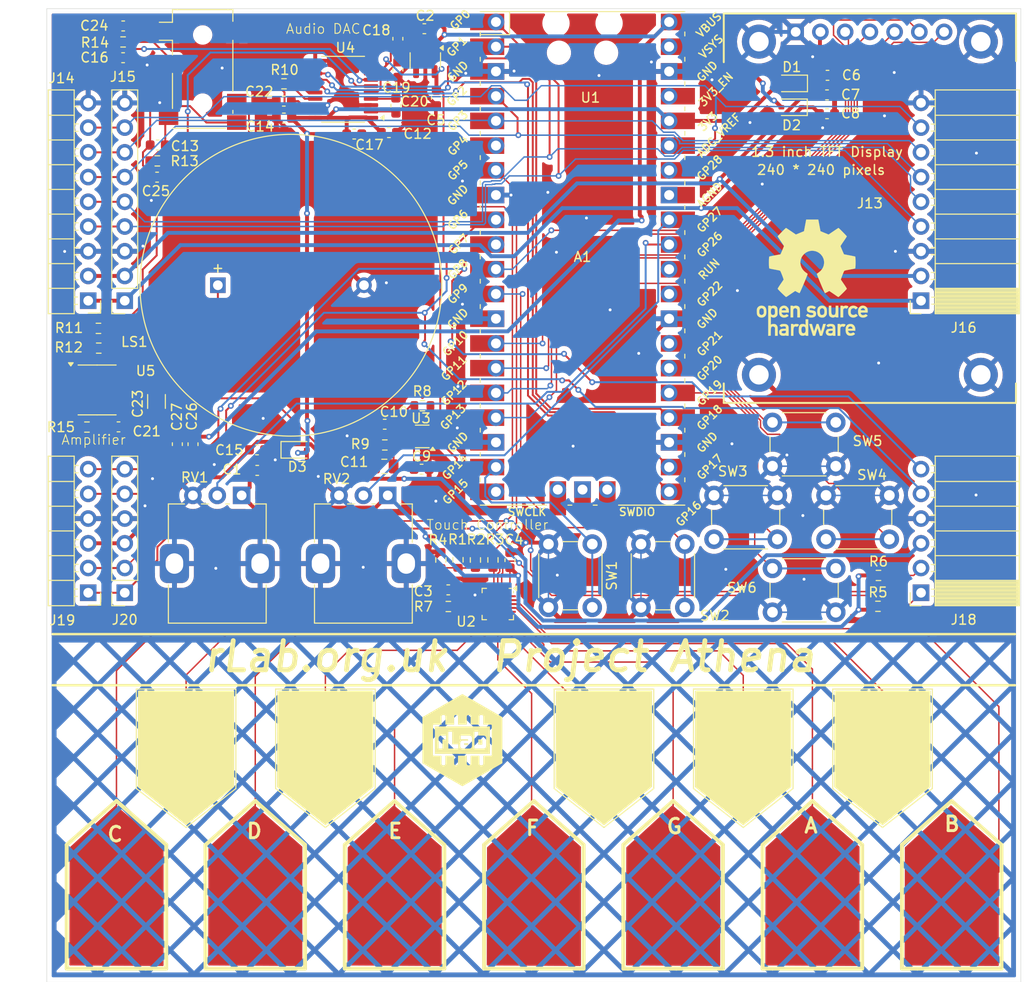
<source format=kicad_pcb>
(kicad_pcb (version 20240108) (generator "pcbnew") (generator_version "8.0")
  (layers (0 "F.Cu" signal) (31 "B.Cu" signal) (34 "B.Paste" user) (35 "F.Paste" user) (36 "B.SilkS" user "B.Silkscreen") (37 "F.SilkS" user "F.Silkscreen") (38 "B.Mask" user) (39 "F.Mask" user) (44 "Edge.Cuts" user))
  (net 0 "")
  (net 1 "/Note_C")
  (net 2 "/Note_D")
  (net 3 "/Note_E")
  (net 4 "/Note_F")
  (net 5 "/Note_G")
  (net 6 "/Note_A")
  (net 7 "/Note_B")
  (net 8 "/C_Sharp")
  (net 9 "/E_Flat")
  (net 10 "/F_Sharp")
  (net 11 "/G_Sharp")
  (net 12 "/B_Flat")
  (net 13 "+3.3V")
  (net 14 "GND")
  (net 15 "+3.3VA")
  (net 16 "Net-(U4-VNEG)")
  (net 17 "Net-(U4-CAPP)")
  (net 18 "Net-(U4-CAPM)")
  (net 19 "Net-(U4-LDOO)")
  (net 20 "/GPIO2")
  (net 21 "Net-(U4-XSMT)")
  (net 22 "Net-(U4-OUTR)")
  (net 23 "+5V")
  (net 24 "/ROUT")
  (net 25 "/LOUT")
  (net 26 "/SCL")
  (net 27 "/SDA")
  (net 28 "/BL")
  (net 29 "/RESET")
  (net 30 "/DC")
  (net 31 "/SCK")
  (net 32 "/MOSI")
  (net 34 "/GPIO1")
  (net 35 "/GPIO28")
  (net 36 "/SW3")
  (net 37 "/GPIO0")
  (net 38 "/SW2")
  (net 39 "/SW4")
  (net 40 "/PWMOUT")
  (net 41 "Net-(U5-+)")
  (net 43 "/BCK")
  (net 44 "/LRCK")
  (net 45 "/SDO")
  (net 49 "Net-(U4-OUTL)")
  (net 53 "Net-(D1-K)")
  (net 54 "/SW1")
  (net 55 "/GPIO3")
  (net 56 "/POTA_2")
  (net 57 "/POTA_1")
  (net 59 "Net-(U2-VREG)")
  (net 60 "Net-(D2-K)")
  (net 61 "Net-(C10-Pad2)")
  (net 62 "Net-(C11-Pad1)")
  (net 63 "Net-(D3-K)")
  (net 64 "Net-(C13-Pad2)")
  (net 65 "Net-(C16-Pad2)")
  (net 66 "Net-(C21-Pad2)")
  (net 67 "Net-(U2-ADDR)")
  (net 68 "Net-(U2-REXT)")
  (net 69 "Net-(C21-Pad1)")
  (net 71 "Net-(C23-Pad2)")
  (net 72 "/DPAD_D")
  (net 73 "/DPAD_U")
  (net 74 "/DPAD_L")
  (net 75 "/DPAD_R")
  (net 77 "Net-(R8-Pad2)")
  (footprint "Resistor_SMD:R_0603_1608Metric" (layer "F.Cu") (at 144.0025 106.6325 90)
    (property "Reference" "R2")
    (property "Value" "NF")
  )
  (footprint "Package_TO_SOT_SMD:SOT-23-5" (layer "F.Cu") (at 138.86 55.3325 -90)
    (property "Reference" "U1")
    (property "Value" "LP5907MFX-3.3")
  )
  (footprint "Resistor_SMD:R_0603_1608Metric" (layer "F.Cu") (at 107.83 53.42)
    (property "Reference" "R14")
    (property "Value" "470R")
  )
  (footprint "Resistor_SMD:R_0603_1608Metric" (layer "F.Cu") (at 141.2225 111.4125 180)
    (property "Reference" "R7")
    (property "Value" "75k")
  )
  (footprint "Button_Switch_THT:SW_PUSH_6mm_H8mm" (layer "F.Cu") (at 174.5 107.5)
    (property "Reference" "SW6")
    (property "Value" "SW_MEC_5G")
  )
  (footprint "Connector_PinSocket_2.54mm:PinSocket_1x06_P2.54mm_Vertical" (layer "F.Cu") (at 108 110 180)
    (property "Reference" "J20")
    (property "Value" "Conn_01x06")
  )
  (footprint "Resistor_SMD:R_0603_1608Metric" (layer "F.Cu") (at 105.33 84.87)
    (property "Reference" "R12")
    (property "Value" "1k")
  )
  (footprint "Resistor_SMD:R_0603_1608Metric" (layer "F.Cu") (at 105.3 82.84)
    (property "Reference" "R11")
    (property "Value" "1k")
  )
  (footprint "Capacitor_SMD:C_0603_1608Metric" (layer "F.Cu") (at 134.69 92.69)
    (property "Reference" "C10")
    (property "Value" "100n")
  )
  (footprint "rLab_Keyboard:White_Key" (layer "F.Cu") (at 178.6 143.5)
    (property "Reference" "J6" (hide yes))
    (property "Value" "Conn_01x01_Pin")
  )
  (footprint "Capacitor_SMD:C_0603_1608Metric" (layer "F.Cu") (at 141.2125 109.7025 180)
    (property "Reference" "C3")
    (property "Value" "100n")
  )
  (footprint "Package_SO:SOIC-8_3.9x4.9mm_P1.27mm" (layer "F.Cu") (at 105.162499 89.1675)
    (property "Reference" "U5")
    (property "Value" "LM386")
  )
  (footprint "Capacitor_SMD:C_0603_1608Metric" (layer "F.Cu") (at 115.01 94.74 -90)
    (property "Reference" "C26")
    (property "Value" "100n")
  )
  (footprint "Capacitor_SMD:C_0603_1608Metric" (layer "F.Cu") (at 124.34 61.24)
    (property "Reference" "C14")
    (property "Value" "100n")
  )
  (footprint "rLab_Keyboard:White_Key" (layer "F.Cu") (at 192.9 143.5)
    (property "Reference" "J7" (hide yes))
    (property "Value" "Conn_01x01_Pin")
  )
  (footprint "rLab_Keyboard:Potentiometer_Alps_RK09K_Single_Vertical" (layer "F.Cu") (at 135 100 -90)
    (property "Reference" "RV2")
    (property "Value" "10k")
  )
  (footprint "rLab_Keyboard:White_Key" (layer "F.Cu") (at 135.7 143.5)
    (property "Reference" "J3" (hide yes))
    (property "Value" "Conn_01x01_Pin")
  )
  (footprint "Resistor_SMD:R_0603_1608Metric" (layer "F.Cu") (at 142.2125 106.6125 90)
    (property "Reference" "R1")
    (property "Value" "NF")
  )
  (footprint "rLab_Keyboard:Black_key_fill" (layer "F.Cu") (at 128.6 125)
    (property "Reference" "J9" (hide yes))
    (property "Value" "Conn_01x01_Pin")
  )
  (footprint "Button_Switch_THT:SW_PUSH_6mm_H8mm" (layer "F.Cu") (at 156 105 -90)
    (property "Reference" "SW1")
    (property "Value" "SW_MEC_5G")
  )
  (footprint "Resistor_SMD:R_0603_1608Metric" (layer "F.Cu") (at 134.7 94.82 180)
    (property "Reference" "R9")
    (property "Value" "100R")
  )
  (footprint "rLab_Keyboard:Black_key_fill" (layer "F.Cu") (at 171.5 125)
    (property "Reference" "J11" (hide yes))
    (property "Value" "Conn_01x01_Pin")
  )
  (footprint "rLab_Keyboard:Black_key_fill" (layer "F.Cu") (at 114.3 125)
    (property "Reference" "J8" (hide yes))
    (property "Value" "Conn_01x01_Pin")
  )
  (footprint "Resistor_SMD:R_0603_1608Metric" (layer "F.Cu") (at 104.12 92.98 180)
    (property "Reference" "R15")
    (property "Value" "10R")
  )
  (footprint "Capacitor_SMD:C_0603_1608Metric" (layer "F.Cu") (at 107.36 92.96)
    (property "Reference" "C21")
    (property "Value" "47n")
  )
  (footprint "Capacitor_SMD:C_0805_2012Metric" (layer "F.Cu") (at 134.65 97.02)
    (property "Reference" "C11")
    (property "Value" "47u")
  )
  (footprint "Capacitor_SMD:C_0603_1608Metric" (layer "F.Cu") (at 180.15 56.85 180)
    (property "Reference" "C6")
    (property "Value" "100n")
  )
  (footprint "Button_Switch_THT:SW_PUSH_6mm_H8mm" (layer "F.Cu") (at 174.5 92.5)
    (property "Reference" "SW5")
    (property "Value" "SW_MEC_5G")
  )
  (footprint "Capacitor_SMD:C_0603_1608Metric" (layer "F.Cu") (at 121.58 95.32 180)
    (property "Reference" "C15")
    (property "Value" "2u2")
  )
  (footprint "Capacitor_SMD:C_0603_1608Metric" (layer "F.Cu") (at 107.84 51.78)
    (property "Reference" "C24")
    (property "Value" "2n2")
  )
  (footprint "rLab_Keyboard:Black_key_fill" (layer "F.Cu") (at 185.8 125)
    (property "Reference" "J12" (hide yes))
    (property "Value" "Conn_01x01_Pin")
  )
  (footprint "rLab_Keyboard:White_Key" (layer "F.Cu") (at 121.4 143.5)
    (property "Reference" "J2" (hide yes))
    (property "Value" "Conn_01x01_Pin")
  )
  (footprint "Capacitor_SMD:C_0603_1608Metric" (layer "F.Cu") (at 124.33 59.5)
    (property "Reference" "C22")
    (property "Value" "100n")
  )
  (footprint "Package_SO:TSSOP-20_4.4x6.5mm_P0.65mm" (layer "F.Cu") (at 130.4175 58.285 180)
    (property "Reference" "U4")
    (property "Value" "PCM5102")
  )
  (footprint "Resistor_SMD:R_0603_1608Metric" (layer "F.Cu") (at 140.4525 106.6325 90)
    (property "Reference" "R4")
    (property "Value" "0R")
  )
  (footprint "Resistor_SMD:R_0603_1608Metric" (layer "F.Cu") (at 111.345 65.64)
    (property "Reference" "R13")
    (property "Value" "470R")
  )
  (footprint "Capacitor_SMD:C_0603_1608Metric" (layer "F.Cu") (at 121.6 97.43)
    (property "Reference" "C1")
    (property "Value" "1u")
  )
  (footprint "Button_Switch_THT:SW_PUSH_6mm_H8mm" (layer "F.Cu") (at 165.5 105 -90)
    (property "Reference" "SW2")
    (property "Value" "SW_MEC_5G")
  )
  (footprint "Package_TO_SOT_SMD:SOT-353_SC-70-5" (layer "F.Cu") (at 138.54 93.94 180)
    (property "Reference" "U3")
    (property "Value" "74LVC1G17")
  )
  (footprint "Diode_SMD:D_SOD-323" (layer "F.Cu") (at 176.4625 60.13 180)
    (property "Reference" "D2")
    (property "Value" "D")
  )
  (footprint "rLab_Keyboard:Jack_3.5mm_PJ342_Horizontal" (layer "F.Cu") (at 116 57)
    (property "Reference" "J17" (hide yes))
    (property "Value" "AudioJack3_Switch")
  )
  (footprint "rLab_Keyboard:Potentiometer_Alps_RK09K_Single_Vertical" (layer "F.Cu") (at 120 100 -90)
    (property "Reference" "RV1")
    (property "Value" "10k")
  )
  (footprint "Capacitor_SMD:C_0603_1608Metric" (layer "F.Cu") (at 147.5475 106.6525 90)
    (property "Reference" "C4")
    (property "Value" "100n")
  )
  (footprint "rLab_Keyboard:White_Key" (layer "F.Cu") (at 150 143.5)
    (property "Reference" "J4" (hide yes))
    (property "Value" "Conn_01x01_Pin")
  )
  (footprint "Resistor_SMD:R_0603_1608Metric" (layer "F.Cu") (at 185.33 111.39)
    (property "Reference" "R5")
    (property "Value" "4k7")
  )
  (footprint "Capacitor_SMD:C_0603_1608Metric" (layer "F.Cu") (at 111.385 64.01)
    (property "Reference" "C13")
    (property "Value" "100n")
  )
  (footprint "Capacitor_SMD:C_0603_1608Metric" (layer "F.Cu") (at 138.76 52.06)
    (property "Reference" "C2")
    (property "Value" "1u")
  )
  (footprint "Capacitor_SMD:C_0603_1608Metric" (layer "F.Cu") (at 113.4 94.735 90)
    (property "Reference" "C27")
    (property "Value" "2u2")
  )
  (footprint "Diode_SMD:D_SOD-323" (layer "F.Cu") (at 176.4825 57.68 180)
    (property "Reference" "D1")
    (property "Value" "D")
  )
  (footprint "Button_Switch_THT:SW_PUSH_6mm_H8mm" (layer "F.Cu") (at 175 104.5 180)
    (property "Reference" "SW3")
    (property "Value" "SW_MEC_5G")
  )
  (footprint "Capacitor_SMD:C_0603_1608Metric" (layer "F.Cu") (at 140 59.18 -90)
    (property "Reference" "C5")
    (property "Value" "1u")
  )
  (footprint "Connector_PinSocket_2.54mm:PinSocket_1x09_P2.54mm_Vertical" (layer "F.Cu") (at 108 80 180)
    (property "Reference" "J15")
    (property "Value" "Conn_01x09")
  )
  (footprint "Connector_PinSocket_2.54mm:PinSocket_1x09_P2.54mm_Horizontal" (layer "F.Cu") (at 189.75 80 180)
    (property "Reference" "J16")
    (property "Value" "Conn_01x09")
  )
  (footprint "rLab_Keyboard:30mm_Speaker" (layer "F.Cu") (at 117.56 78.41)
    (property "Reference" "LS1")
    (property "Value" "Speaker")
  )
  (footprint "Diode_SMD:D_SOD-323" (layer "F.Cu") (at 125.6525 95.32)
    (property "Reference" "D3")
    (property "Value" "D")
  )
  (footprint "Resistor_SMD:R_0603_1608Metric" (layer "F.Cu") (at 185.38 108.22)
    (property "Reference" "R6")
    (property "Value" "4k7")
  )
  (footprint "rLab_Keyboard:RPi_Pico_SMD_TH" (layer "F.Cu") (at 155 75.5)
    (property "Reference" "A1")
    (property "Value" "RaspberryPi_Pico")
  )
  (footprint "Resistor_SMD:R_0603_1608Metric" (layer "F.Cu") (at 124.35 57.72)
    (property "Reference" "R10")
    (property "Value" "100R")
  )
  (footprint "Capacitor_SMD:C_1206_3216Metric" (layer "F.Cu") (at 111.26 90.35 90)
    (property "Reference" "C23")
    (property "Value" "220u")
  )
  (footprint "Capacitor_SMD:C_0603_1608Metric" (layer "F.Cu") (at 135.84 59.97 -90)
    (property "Reference" "C20")
    (property "Value" "2u2")
  )
  (footprint "rLab_Keyboard:240LCD" (layer "F.Cu") (at 184.5 70.5)
    (property "Reference" "J13")
    (property "Value" "Conn_01x07")
  )
  (footprint "rLab_Keyboard:UQFN-20_3x3mm_P0.4mm" (layer "F.Cu") (at 146.3 111.1575 -90)
    (property "Reference" "U2")
    (property "Value" "MPR121QR2")
  )
  (footprint "rLab_Keyboard:White_Key" (layer "F.Cu") (at 107.15 143.5)
    (property "Reference" "J1" (hide yes))
    (property "Value" "Conn_01x01_Pin")
  )
  (footprint "rLab_Keyboard:PinHeader_1x09_P2.54mm_Horizontal" (layer "F.Cu") (at 104.25 80 180)
    (property "Reference" "J14")
    (property "Value" "Conn_01x09")
  )
  (footprint "Capacitor_SMD:C_0603_1608Metric" (layer "F.Cu") (at 180.1 58.86 180)
    (property "Reference" "C7")
    (property "Value" "2u2")
  )
  (footprint "rLab_Keyboard:White_Key" (layer "F.Cu") (at 164.3 143.5)
    (property "Reference" "J5" (hide yes))
    (property "Value" "Conn_01x01_Pin")
  )
  (footprint "Capacitor_SMD:C_0603_1608Metric" (layer "F.Cu") (at 180.1 60.79 180)
    (property "Reference" "C8")
    (property "Value" "2u2")
  )
  (footprint "Capacitor_SMD:C_0603_1608Metric" (layer "F.Cu") (at 136.04 53.09 -90)
    (property "Reference" "C18")
    (property "Value" "100n")
  )
  (footprint "Capacitor_SMD:C_0603_1608Metric" (layer "F.Cu") (at 111.32 67.31)
    (property "Reference" "C25")
    (property "Value" "2n2")
  )
  (footprint "Capacitor_SMD:C_0603_1608Metric" (layer "F.Cu") (at 107.83 55.04)
    (property "Reference" "C16")
    (property "Value" "100n")
  )
  (footprint "rLab_Keyboard:Black_key_fill" (layer "F.Cu") (at 157.2 125)
    (property "Reference" "J10" (hide yes))
    (property "Value" "Conn_01x01_Pin")
  )
  (footprint "Capacitor_SMD:C_0603_1608Metric" (layer "F.Cu") (at 131.56 62.88 180)
    (property "Reference" "C17")
    (property "Value" "2u2")
  )
  (footprint "Connector_PinSocket_2.54mm:PinSocket_1x06_P2.54mm_Horizontal" (layer "F.Cu") (at 189.75 110 180)
    (property "Reference" "J18")
    (property "Value" "Conn_01x06")
  )
  (footprint "Resistor_SMD:R_0603_1608Metric" (layer "F.Cu") (at 138.56 90.79)
    (property "Reference" "R8")
    (property "Value" "220R")
  )
  (footprint "Symbol:OSHW-Logo_11.4x12mm_SilkScreen" (layer "F.Cu") (at 178.57 77.63)
    (property "Reference" "SYM1" (hide yes))
    (property "Value" "Logo_Open_Hardware_Small" (hide yes))
  )
  (footprint "Resistor_SMD:R_0603_1608Metric" (layer "F.Cu") (at 145.8025 106.6275 90)
    (property "Reference" "R3")
    (property "Value" "NF")
  )
  (footprint "Button_Switch_THT:SW_PUSH_6mm_H8mm" (layer "F.Cu") (at 186.5 104.5 180)
    (property "Reference" "SW4")
    (property "Value" "SW_MEC_5G")
  )
  (footprint "Capacitor_SMD:C_0603_1608Metric" (layer "F.Cu") (at 136.04 56.26 90)
    (property "Reference" "C19")
    (property "Value" "2u2")
  )
  (footprint "Capacitor_SMD:C_0603_1608Metric" (layer "F.Cu") (at 138.475 97.31 180)
    (property "Reference" "C9")
    (property "Value" "100n")
  )
  (footprint "rLab_Keyboard:PinHeader_1x06_P2.54mm_Horizontal" (layer "F.Cu") (at 104.25 110 180)
    (property "Reference" "J19")
    (property "Value" "Conn_01x06")
  )
  (footprint "Capacitor_SMD:C_0603_1608Metric" (layer "F.Cu") (at 135.12 62.73 180)
    (property "Reference" "C12")
    (property "Value" "100n")
  )
  (gr_line (start 100.6 114.25) (end 199.4 114.25) (stroke (width 0.25)) (layer "F.SilkS"))
  (gr_line (start 100.6 119.5) (end 199.4 119.5) (stroke (width 0.25)) (layer "F.SilkS"))
  (gr_poly (pts (xy 143.212182 125.452162) (xy 143.214879 125.452295) (xy 143.217487 125.452516) (xy 143.220007 125.452826) (xy 143.222438 125.453225) (xy 143.224781 125.453712) (xy 143.227035 125.454288) (xy 143.229201 125.454952) (xy 143.231279 125.455705) (xy 143.233268 125.456546) (xy 143.235169 125.457476) (xy 143.236981 125.458494) (xy 143.238705 125.459601) (xy 143.24034 125.460797) (xy 143.241887 125.462081) (xy 143.243346 125.463453) (xy 143.244716 125.464914) (xy 143.245997 125.466464) (xy 143.247191 125.468102) (xy 143.248295 125.469828) (xy 143.249312 125.471643) (xy 143.25024 125.473547) (xy 143.251079 125.475539) (xy 143.251831 125.47762) (xy 143.252494 125.479789) (xy 143.253068 125.482046) (xy 143.253554 125.484392) (xy 143.253952 125.486827) (xy 143.254261 125.48935) (xy 143.254482 125.491962) (xy 143.254615 125.494662) (xy 143.254659 125.49745) (xy 143.254659 125.59023) (xy 143.254615 125.593015) (xy 143.254482 125.595712) (xy 143.254261 125.59832) (xy 143.253952 125.60084) (xy 143.253554 125.603271) (xy 143.253068 125.605614) (xy 143.252494 125.607869) (xy 143.251831 125.610034) (xy 143.251079 125.612112) (xy 143.25024 125.614101) (xy 143.249312 125.616002) (xy 143.248295 125.617814) (xy 143.247191 125.619538) (xy 143.245997 125.621173) (xy 143.244716 125.62272) (xy 143.243346 125.624178) (xy 143.241887 125.625549) (xy 143.24034 125.62683) (xy 143.238705 125.628023) (xy 143.236981 125.629128) (xy 143.235169 125.630145) (xy 143.233268 125.631073) (xy 143.231279 125.631912) (xy 143.229201 125.632664) (xy 143.227035 125.633327) (xy 143.224781 125.633901) (xy 143.222438 125.634387) (xy 143.220007 125.634785) (xy 143.217487 125.635094) (xy 143.214879 125.635315) (xy 143.212182 125.635448) (xy 143.209397 125.635492) (xy 142.87888 125.635492) (xy 142.876091 125.635448) (xy 142.873391 125.635315) (xy 142.87078 125.635094) (xy 142.868258 125.634785) (xy 142.865823 125.634387) (xy 142.863478 125.633901) (xy 142.861221 125.633327) (xy 142.859052 125.632664) (xy 142.856972 125.631912) (xy 142.854981 125.631073) (xy 142.853078 125.630145) (xy 142.851264 125.629128) (xy 142.849538 125.628023) (xy 142.847901 125.62683) (xy 142.846352 125.625549) (xy 142.844892 125.624178) (xy 142.84352 125.62272) (xy 142.842237 125.621173) (xy 142.841042 125.619538) (xy 142.839936 125.617814) (xy 142.838919 125.616002) (xy 142.83799 125.614101) (xy 142.837149 125.612112) (xy 142.836397 125.610034) (xy 142.835733 125.607869) (xy 142.835158 125.605614) (xy 142.834672 125.603271) (xy 142.834273 125.60084) (xy 142.833964 125.59832) (xy 142.833743 125.595712) (xy 142.83361 125.593015) (xy 142.833566 125.59023) (xy 142.833566 125.49745) (xy 142.83361 125.494662) (xy 142.833743 125.491962) (xy 142.833964 125.48935) (xy 142.834273 125.486827) (xy 142.834672 125.484392) (xy 142.835158 125.482046) (xy 142.835733 125.479789) (xy 142.836397 125.47762) (xy 142.837149 125.475539) (xy 142.83799 125.473547) (xy 142.838919 125.471643) (xy 142.839936 125.469828) (xy 142.841042 125.468102) (xy 142.842237 125.466464) (xy 142.84352 125.464914) (xy 142.844892 125.463453) (xy 142.846352 125.462081) (xy 142.847901 125.460797) (xy 142.849538 125.459601) (xy 142.851264 125.458494) (xy 142.853078 125.457476) (xy 142.854981 125.456546) (xy 142.856972 125.455705) (xy 142.859052 125.454952) (xy 142.861221 125.454288) (xy 142.863478 125.453712) (xy 142.865823 125.453225) (xy 142.868258 125.452826) (xy 142.87078 125.452516) (xy 142.873391 125.452295) (xy 142.876091 125.452162) (xy 142.87888 125.452118) (xy 143.209397 125.452118)) (stroke (width -0.000001)) (fill solid) (layer "F.SilkS"))
  (gr_poly (pts (xy 146.749839 122.760423) (xy 146.750864 122.761039) (xy 146.751863 122.761686) (xy 146.752836 122.762363) (xy 146.753784 122.76307) (xy 146.754705 122.763804) (xy 146.755598 122.764567) (xy 146.756464 122.765356) (xy 146.757302 122.766171) (xy 146.758112 122.767012) (xy 146.758892 122.767877) (xy 146.759643 122.768765) (xy 146.760364 122.769677) (xy 146.761054 122.77061) (xy 146.761714 122.771565) (xy 146.762342 122.772539) (xy 146.762938 122.773534) (xy 146.763502 122.774547) (xy 146.764033 122.775577) (xy 146.76453 122.776625) (xy 146.764994 122.77769) (xy 146.765423 122.778769) (xy 146.765818 122.779864) (xy 146.766177 122.780972) (xy 146.7665 122.782093) (xy 146.766787 122.783226) (xy 146.767038 122.784371) (xy 146.767251 122.785526) (xy 146.767427 122.786691) (xy 146.767564 122.787865) (xy 146.767663 122.789047) (xy 146.767722 122.790237) (xy 146.767742 122.791433) (xy 146.767742 127.487945) (xy 146.767663 127.490331) (xy 146.767427 127.492687) (xy 146.767038 127.495007) (xy 146.7665 127.497285) (xy 146.765818 127.499515) (xy 146.764994 127.501689) (xy 146.764033 127.503801) (xy 146.762938 127.505845) (xy 146.761714 127.507814) (xy 146.760364 127.509701) (xy 146.758892 127.511501) (xy 146.757302 127.513207) (xy 146.755598 127.514811) (xy 146.753784 127.516309) (xy 146.751863 127.517692) (xy 146.749839 127.518955) (xy 142.682541 129.867201) (xy 142.681495 129.867781) (xy 142.680435 129.868324) (xy 142.679361 129.86883) (xy 142.678275 129.869298) (xy 142.677178 129.869729) (xy 142.67607 129.870123) (xy 142.674953 129.870479) (xy 142.673828 129.870798) (xy 142.672695 129.87108) (xy 142.671555 129.871324) (xy 142.67041 129.87153) (xy 142.669261 129.871699) (xy 142.668108 129.871831) (xy 142.666952 129.871925) (xy 142.665795 129.871981) (xy 142.664638 129.872) (xy 142.663477 129.871981) (xy 142.662318 129.871925) (xy 142.66116 129.871831) (xy 142.660005 129.871699) (xy 142.658854 129.87153) (xy 142.657708 129.871324) (xy 142.656568 129.87108) (xy 142.655435 129.870798) (xy 142.654309 129.870479) (xy 142.653193 129.870123) (xy 142.652086 129.869729) (xy 142.65099 129.869298) (xy 142.649906 129.86883) (xy 142.648835 129.868324) (xy 142.647777 129.867781) (xy 142.646734 129.867201) (xy 138.579454 127.518955) (xy 138.578428 127.518339) (xy 138.577427 127.517692) (xy 138.576452 127.517015) (xy 138.575504 127.516309) (xy 138.574582 127.515574) (xy 138.573688 127.514811) (xy 138.572821 127.514022) (xy 138.571983 127.513207) (xy 138.571173 127.512366) (xy 138.570393 127.511501) (xy 138.569642 127.510613) (xy 138.568921 127.509701) (xy 138.568231 127.508768) (xy 138.567571 127.507814) (xy 138.566944 127.506839) (xy 138.566348 127.505845) (xy 138.565785 127.504832) (xy 138.565254 127.503801) (xy 138.564757 127.502753) (xy 138.564294 127.501689) (xy 138.563865 127.500609) (xy 138.563471 127.499515) (xy 138.563113 127.498406) (xy 138.56279 127.497285) (xy 138.562503 127.496152) (xy 138.562253 127.495007) (xy 138.56204 127.493852) (xy 138.561865 127.492687) (xy 138.561728 127.491513) (xy 138.56163 127.490331) (xy 138.56157 127.489141) (xy 138.56155 127.487945) (xy 138.56155 123.635312) (xy 139.646959 123.635312) (xy 139.646959 126.644066) (xy 139.647083 126.648931) (xy 139.647448 126.653732) (xy 139.648049 126.658463) (xy 139.648881 126.663119) (xy 139.649937 126.667694) (xy 139.651212 126.67218) (xy 139.652699 126.676574) (xy 139.654393 126.680868) (xy 139.656287 126.685056) (xy 139.658375 126.689133) (xy 139.660653 126.693093) (xy 139.663113 126.69693) (xy 139.66575 126.700638) (xy 139.668557 126.70421) (xy 139.67153 126.707642) (xy 139.674661 126.710926) (xy 139.677946 126.714058) (xy 139.681377 126.71703) (xy 139.684949 126.719838) (xy 139.688657 126.722475) (xy 139.692494 126.724935) (xy 139.696454 126.727212) (xy 139.700531 126.729301) (xy 139.704719 126.731195) (xy 139.709013 126.732889) (xy 139.713407 126.734376) (xy 139.717893 126.73565) (xy 139.722468 126.736706) (xy 139.727124 126.737538) (xy 139.731855 126.73814) (xy 139.736656 126.738505) (xy 139.741521 126.738628) (xy 140.524282 126.738628) (xy 140.524282 127.560811) (xy 140.52449 127.569021) (xy 140.525106 127.577123) (xy 140.52612 127.585107) (xy 140.527523 127.592963) (xy 140.529304 127.600682) (xy 140.531454 127.608252) (xy 140.533962 127.615665) (xy 140.536819 127.62291) (xy 140.540013 127.629977) (xy 140.543536 127.636856) (xy 140.547378 127.643538) (xy 140.551527 127.650011) (xy 140.555975 127.656266) (xy 140.560711 127.662293) (xy 140.565725 127.668082) (xy 140.571008 127.673623) (xy 140.576548 127.678906) (xy 140.582337 127.683921) (xy 140.588364 127.688657) (xy 140.594619 127.693106) (xy 140.601092 127.697256) (xy 140.607773 127.701098) (xy 140.614653 127.704621) (xy 140.62172 127.707816) (xy 140.628965 127.710673) (xy 140.636379 127.713182) (xy 140.64395 127.715332) (xy 140.651669 127.717113) (xy 140.659527 127.718517) (xy 140.667512 127.719531) (xy 140.675615 127.720147) (xy 140.683826 127.720355) (xy 140.756128 127.720355) (xy 140.764337 127.720147) (xy 140.772439 127.719531) (xy 140.780423 127.718517) (xy 140.788279 127.717113) (xy 140.795998 127.715332) (xy 140.803568 127.713182) (xy 140.810981 127.710673) (xy 140.818226 127.707816) (xy 140.825293 127.704621) (xy 140.832173 127.701098) (xy 140.838854 127.697256) (xy 140.845327 127.693106) (xy 140.851582 127.688657) (xy 140.857609 127.683921) (xy 140.863399 127.678906) (xy 140.86894 127.673623) (xy 140.874222 127.668082) (xy 140.879237 127.662293) (xy 140.883974 127.656266) (xy 140.888422 127.650011) (xy 140.892572 127.643538) (xy 140.896414 127.636856) (xy 140.899938 127.629977) (xy 140.903133 127.62291) (xy 140.90599 127.615665) (xy 140.908498 127.608252) (xy 140.910648 127.600682) (xy 140.91243 127.592963) (xy 140.913833 127.585107) (xy 140.914848 127.577123) (xy 140.915464 127.569021) (xy 140.915672 127.560811) (xy 140.915672 126.738628) (xy 141.820723 126.738628) (xy 141.820723 127.560811) (xy 141.82093 127.569021) (xy 141.821546 127.577123) (xy 141.822561 127.585107) (xy 141.823964 127.592963) (xy 141.825745 127.600682) (xy 141.827895 127.608252) (xy 141.830403 127.615665) (xy 141.833259 127.62291) (xy 141.836454 127.629977) (xy 141.839977 127.636856) (xy 141.843818 127.643538) (xy 141.847968 127.650011) (xy 141.852415 127.656266) (xy 141.857152 127.662293) (xy 141.862166 127.668082) (xy 141.867448 127.673623) (xy 141.872989 127.678906) (xy 141.878778 127.683921) (xy 141.884805 127.688657) (xy 141.89106 127.693106) (xy 141.897533 127.697256) (xy 141.904214 127.701098) (xy 141.911093 127.704621) (xy 141.918161 127.707816) (xy 141.925406 127.710673) (xy 141.932819 127.713182) (xy 141.940391 127.715332) (xy 141.94811 127.717113) (xy 141.955967 127.718517) (xy 141.963953 127.719531) (xy 141.972056 127.720147) (xy 141.980267 127.720355) (xy 142.052568 127.720355) (xy 142.060779 127.720147) (xy 142.068883 127.719531) (xy 142.076868 127.718517) (xy 142.084726 127.717113) (xy 142.092445 127.715332) (xy 142.100017 127.713182) (xy 142.107431 127.710673) (xy 142.114677 127.707816) (xy 142.121745 127.704621) (xy 142.128625 127.701098) (xy 142.135307 127.697256) (xy 142.141781 127.693106) (xy 142.148037 127.688657) (xy 142.154064 127.683921) (xy 142.159854 127.678906) (xy 142.165395 127.673623) (xy 142.170679 127.668082) (xy 142.175694 127.662293) (xy 142.180431 127.656266) (xy 142.184879 127.650011) (xy 142.189029 127.643538) (xy 142.192871 127.636856) (xy 142.196395 127.629977) (xy 142.19959 127.62291) (xy 142.202447 127.615665) (xy 142.204956 127.608252) (xy 142.207106 127.600682) (xy 142.208888 127.592963) (xy 142.210291 127.585107) (xy 142.211306 127.577123) (xy 142.211922 127.569021) (xy 142.212129 127.560811) (xy 142.212129 126.738628) (xy 143.117181 126.738628) (xy 143.117181 127.560811) (xy 143.117388 127.569021) (xy 143.118005 127.577123) (xy 143.119019 127.585107) (xy 143.120422 127.592963) (xy 143.122204 127.600682) (xy 143.124354 127.608252) (xy 143.126863 127.615665) (xy 143.12972 127.62291) (xy 143.132915 127.629977) (xy 143.136438 127.636856) (xy 143.14028 127.643538) (xy 143.14443 127.650011) (xy 143.148879 127.656266) (xy 143.153615 127.662293) (xy 143.15863 127.668082) (xy 143.163913 127.673623) (xy 143.169454 127.678906) (xy 143.175243 127.683921) (xy 143.18127 127.688657) (xy 143.187526 127.693106) (xy 143.193999 127.697256) (xy 143.20068 127.701098) (xy 143.207559 127.704621) (xy 143.214626 127.707816) (xy 143.221871 127.710673) (xy 143.229284 127.713182) (xy 143.236855 127.715332) (xy 143.244574 127.717113) (xy 143.25243 127.718517) (xy 143.260414 127.719531) (xy 143.268516 127.720147) (xy 143.276725 127.720355) (xy 143.349009 127.720355) (xy 143.35722 127.720147) (xy 143.365323 127.719531) (xy 143.373308 127.718517) (xy 143.381166 127.717113) (xy 143.388885 127.715332) (xy 143.396456 127.713182) (xy 143.40387 127.710673) (xy 143.411115 127.707816) (xy 143.418182 127.704621) (xy 143.425061 127.701098) (xy 143.431743 127.697256) (xy 143.438216 127.693106) (xy 143.444471 127.688657) (xy 143.450498 127.683921) (xy 143.456287 127.678906) (xy 143.461827 127.673623) (xy 143.46711 127.668082) (xy 143.472124 127.662293) (xy 143.47686 127.656266) (xy 143.481308 127.650011) (xy 143.485457 127.643538) (xy 143.489299 127.636856) (xy 143.492822 127.629977) (xy 143.496016 127.62291) (xy 143.498873 127.615665) (xy 143.501381 127.608252) (xy 143.50353 127.600682) (xy 143.505312 127.592963) (xy 143.506715 127.585107) (xy 143.507729 127.577123) (xy 143.508345 127.569021) (xy 143.508553 127.560811) (xy 143.508553 126.738628) (xy 144.413622 126.738628) (xy 144.413622 127.560811) (xy 144.413829 127.569021) (xy 144.414445 127.577123) (xy 144.41546 127.585107) (xy 144.416863 127.592963) (xy 144.418645 127.600682) (xy 144.420795 127.608252) (xy 144.423304 127.615665) (xy 144.42616 127.62291) (xy 144.429356 127.629977) (xy 144.432879 127.636856) (xy 144.436721 127.643538) (xy 144.440871 127.650011) (xy 144.445319 127.656266) (xy 144.450056 127.662293) (xy 144.455071 127.668082) (xy 144.460354 127.673623) (xy 144.465895 127.678906) (xy 144.471684 127.683921) (xy 144.477711 127.688657) (xy 144.483966 127.693106) (xy 144.490439 127.697256) (xy 144.49712 127.701098) (xy 144.504 127.704621) (xy 144.511067 127.707816) (xy 144.518312 127.710673) (xy 144.525725 127.713182) (xy 144.533295 127.715332) (xy 144.541014 127.717113) (xy 144.54887 127.718517) (xy 144.556854 127.719531) (xy 144.564956 127.720147) (xy 144.573165 127.720355) (xy 144.645449 127.720355) (xy 144.65366 127.720147) (xy 144.661763 127.719531) (xy 144.669749 127.718517) (xy 144.677606 127.717113) (xy 144.685325 127.715332) (xy 144.692897 127.713182) (xy 144.70031 127.710673) (xy 144.707555 127.707816) (xy 144.714623 127.704621) (xy 144.721502 127.701098) (xy 144.728183 127.697256) (xy 144.734657 127.693106) (xy 144.740912 127.688657) (xy 144.746939 127.683921) (xy 144.752727 127.678906) (xy 144.758268 127.673623) (xy 144.76355 127.668082) (xy 144.768565 127.662293) (xy 144.773301 127.656266) (xy 144.777749 127.650011) (xy 144.781898 127.643538) (xy 144.78574 127.636856) (xy 144.789263 127.629977) (xy 144.792457 127.62291) (xy 144.795314 127.615665) (xy 144.797822 127.608252) (xy 144.799971 127.600682) (xy 144.801753 127.592963) (xy 144.803156 127.585107) (xy 144.80417 127.577123) (xy 144.804786 127.569021) (xy 144.804994 127.560811) (xy 144.804994 126.738628) (xy 145.587753 126.738628) (xy 145.592622 126.738505) (xy 145.597425 126.73814) (xy 145.602159 126.737538) (xy 145.606817 126.736706) (xy 145.611393 126.73565) (xy 145.615881 126.734376) (xy 145.620276 126.732889) (xy 145.624571 126.731195) (xy 145.62876 126.729301) (xy 145.632837 126.727212) (xy 145.636797 126.724935) (xy 145.640634 126.722475) (xy 145.644341 126.719838) (xy 145.647913 126.71703) (xy 145.651344 126.714058) (xy 145.654627 126.710926) (xy 145.657758 126.707642) (xy 145.660729 126.70421) (xy 145.663536 126.700638) (xy 145.666172 126.69693) (xy 145.668631 126.693093) (xy 145.670907 126.689133) (xy 145.672995 126.685056) (xy 145.674888 126.680868) (xy 145.67658 126.676574) (xy 145.678067 126.67218) (xy 145.67934 126.667694) (xy 145.680396 126.663119) (xy 145.681227 126.658463) (xy 145.681828 126.653732) (xy 145.682193 126.648931) (xy 145.682316 126.644066) (xy 145.682316 123.635312) (xy 145.682193 123.630448) (xy 145.681828 123.625647) (xy 145.681227 123.620915) (xy 145.680396 123.61626) (xy 145.67934 123.611686) (xy 145.678067 123.607199) (xy 145.67658 123.602807) (xy 145.674888 123.598513) (xy 145.672995 123.594325) (xy 145.670907 123.590249) (xy 145.668631 123.58629) (xy 145.666172 123.582454) (xy 145.663536 123.578747) (xy 145.660729 123.575175) (xy 145.657758 123.571745) (xy 145.654627 123.568461) (xy 145.651344 123.56533) (xy 145.647913 123.562359) (xy 145.644341 123.559552) (xy 145.640634 123.556916) (xy 145.636797 123.554456) (xy 145.632837 123.55218) (xy 145.62876 123.550092) (xy 145.624571 123.548198) (xy 145.620276 123.546505) (xy 145.615881 123.545019) (xy 145.611393 123.543745) (xy 145.606817 123.542689) (xy 145.602159 123.541857) (xy 145.597425 123.541256) (xy 145.592622 123.540891) (xy 145.587753 123.540768) (xy 144.804994 123.540768) (xy 144.804994 122.718567) (xy 144.804786 122.710356) (xy 144.80417 122.702252) (xy 144.803156 122.694267) (xy 144.801753 122.68641) (xy 144.799971 122.678691) (xy 144.797822 122.671119) (xy 144.795314 122.663706) (xy 144.792457 122.656461) (xy 144.789263 122.649393) (xy 144.78574 122.642514) (xy 144.781898 122.635833) (xy 144.777749 122.62936) (xy 144.773301 122.623105) (xy 144.768565 122.617078) (xy 144.76355 122.611289) (xy 144.758268 122.605748) (xy 144.752727 122.600466) (xy 144.746939 122.595452) (xy 144.740912 122.590716) (xy 144.734657 122.586268) (xy 144.728183 122.582118) (xy 144.721502 122.578277) (xy 144.714623 122.574754) (xy 144.707555 122.57156) (xy 144.70031 122.568703) (xy 144.692897 122.566195) (xy 144.685325 122.564046) (xy 144.677606 122.562264) (xy 144.669749 122.560862) (xy 144.661763 122.559847) (xy 144.65366 122.559231) (xy 144.645449 122.559023) (xy 144.573165 122.559023) (xy 144.564956 122.559231) (xy 144.556854 122.559847) (xy 144.54887 122.560862) (xy 144.541014 122.562264) (xy 144.533295 122.564046) (xy 144.525725 122.566195) (xy 144.518312 122.568703) (xy 144.511067 122.57156) (xy 144.504 122.574754) (xy 144.49712 122.578277) (xy 144.490439 122.582118) (xy 144.483966 122.586268) (xy 144.477711 122.590716) (xy 144.471684 122.595452) (xy 144.465895 122.600466) (xy 144.460354 122.605748) (xy 144.455071 122.611289) (xy 144.450056 122.617078) (xy 144.445319 122.623105) (xy 144.440871 122.62936) (xy 144.436721 122.635833) (xy 144.432879 122.642514) (xy 144.429356 122.649393) (xy 144.42616 122.656461) (xy 144.423304 122.663706) (xy 144.420795 122.671119) (xy 144.418645 122.678691) (xy 144.416863 122.68641) (xy 144.41546 122.694267) (xy 144.414445 122.702252) (xy 144.413829 122.710356) (xy 144.413622 122.718567) (xy 144.413622 123.540768) (xy 143.508553 123.540768) (xy 143.508553 122.718567) (xy 143.508345 122.710356) (xy 143.507729 122.702252) (xy 143.506715 122.694267) (xy 143.505312 122.68641) (xy 143.50353 122.678691) (xy 143.501381 122.671119) (xy 143.498873 122.663706) (xy 143.496016 122.656461) (xy 143.492822 122.649393) (xy 143.489299 122.642514) (xy 143.485457 122.635833) (xy 143.481308 122.62936) (xy 143.47686 122.623105) (xy 143.472124 122.617078) (xy 143.46711 122.611289) (xy 143.461827 122.605748) (xy 143.456287 122.600466) (xy 143.450498 122.595452) (xy 143.444471 122.590716) (xy 143.438216 122.586268) (xy 143.431743 122.582118) (xy 143.425061 122.578277) (xy 143.418182 122.574754) (xy 143.411115 122.57156) (xy 143.40387 122.568703) (xy 143.396456 122.566195) (xy 143.388885 122.564046) (xy 143.381166 122.562264) (xy 143.373308 122.560862) (xy 143.365323 122.559847) (xy 143.35722 122.559231) (xy 143.349009 122.559023) (xy 143.276725 122.559023) (xy 143.268516 122.559231) (xy 143.260414 122.559847) (xy 143.25243 122.560862) (xy 143.244574 122.562264) (xy 143.236855 122.564046) (xy 143.229284 122.566195) (xy 143.221871 122.568703) (xy 143.214626 122.57156) (xy 143.207559 122.574754) (xy 143.20068 122.578277) (xy 143.193999 122.582118) (xy 143.187526 122.586268) (xy 143.18127 122.590716) (xy 143.175243 122.595452) (xy 143.169454 122.600466) (xy 143.163913 122.605748) (xy 143.15863 122.611289) (xy 143.153615 122.617078) (xy 143.148879 122.623105) (xy 143.14443 122.62936) (xy 143.14028 122.635833) (xy 143.136438 122.642514) (xy 143.132915 122.649393) (xy 143.12972 122.656461) (xy 143.126863 122.663706) (xy 143.124354 122.671119) (xy 143.122204 122.678691) (xy 143.120422 122.68641) (xy 143.119019 122.694267) (xy 143.118005 122.702252) (xy 143.117388 122.710356) (xy 143.117181 122.718567) (xy 143.117181 123.540768) (xy 142.212129 123.540768) (xy 142.212129 122.718567) (xy 142.211922 122.710356) (xy 142.211306 122.702252) (xy 142.210291 122.694267) (xy 142.208888 122.68641) (xy 142.207106 122.678691) (xy 142.204956 122.671119) (xy 142.202447 122.663706) (xy 142.19959 122.656461) (xy 142.196395 122.649393) (xy 142.192871 122.642514) (xy 142.189029 122.635833) (xy 142.184879 122.62936) (xy 142.180431 122.623105) (xy 142.175694 122.617078) (xy 142.170679 122.611289) (xy 142.165395 122.605748) (xy 142.159854 122.600466) (xy 142.154064 122.595452) (xy 142.148037 122.590716) (xy 142.141781 122.586268) (xy 142.135307 122.582118) (xy 142.128625 122.578277) (xy 142.121745 122.574754) (xy 142.114677 122.57156) (xy 142.107431 122.568703) (xy 142.100017 122.566195) (xy 142.092445 122.564046) (xy 142.084726 122.562264) (xy 142.076868 122.560862) (xy 142.068883 122.559847) (xy 142.060779 122.559231) (xy 142.052568 122.559023) (xy 141.980267 122.559023) (xy 141.972056 122.559231) (xy 141.963953 122.559847) (xy 141.955967 122.560862) (xy 141.94811 122.562264) (xy 141.940391 122.564046) (xy 141.932819 122.566195) (xy 141.925406 122.568703) (xy 141.918161 122.57156) (xy 141.911093 122.574754) (xy 141.904214 122.578277) (xy 141.897533 122.582118) (xy 141.89106 122.586268) (xy 141.884805 122.590716) (xy 141.878778 122.595452) (xy 141.872989 122.600466) (xy 141.867448 122.605748) (xy 141.862166 122.611289) (xy 141.857152 122.617078) (xy 141.852415 122.623105) (xy 141.847968 122.62936) (xy 141.843818 122.635833) (xy 141.839977 122.642514) (xy 141.836454 122.649393) (xy 141.833259 122.656461) (xy 141.830403 122.663706) (xy 141.827895 122.671119) (xy 141.825745 122.678691) (xy 141.823964 122.68641) (xy 141.822561 122.694267) (xy 141.821546 122.702252) (xy 141.82093 122.710356) (xy 141.820723 122.718567) (xy 141.820723 123.540768) (xy 140.915672 123.540768) (xy 140.915672 122.718567) (xy 140.915464 122.710356) (xy 140.914848 122.702252) (xy 140.913833 122.694267) (xy 140.91243 122.68641) (xy 140.910648 122.678691) (xy 140.908498 122.671119) (xy 140.90599 122.663706) (xy 140.903133 122.656461) (xy 140.899938 122.649393) (xy 140.896414 122.642514) (xy 140.892572 122.635833) (xy 140.888422 122.62936) (xy 140.883974 122.623105) (xy 140.879237 122.617078) (xy 140.874222 122.611289) (xy 140.86894 122.605748) (xy 140.863399 122.600466) (xy 140.857609 122.595452) (xy 140.851582 122.590716) (xy 140.845327 122.586268) (xy 140.838854 122.582118) (xy 140.832173 122.578277) (xy 140.825293 122.574754) (xy 140.818226 122.57156) (xy 140.810981 122.568703) (xy 140.803568 122.566195) (xy 140.795998 122.564046) (xy 140.788279 122.562264) (xy 140.780423 122.560862) (xy 140.772439 122.559847) (xy 140.764337 122.559231) (xy 140.756128 122.559023) (xy 140.683826 122.559023) (xy 140.675615 122.559231) (xy 140.667512 122.559847) (xy 140.659527 122.560862) (xy 140.651669 122.562264) (xy 140.64395 122.564046) (xy 140.636379 122.566195) (xy 140.628965 122.568703) (xy 140.62172 122.57156) (xy 140.614653 122.574754) (xy 140.607773 122.578277) (xy 140.601092 122.582118) (xy 140.594619 122.586268) (xy 140.588364 122.590716) (xy 140.582337 122.595452) (xy 140.576548 122.600466) (xy 140.571008 122.605748) (xy 140.565725 122.611289) (xy 140.560711 122.617078) (xy 140.555975 122.623105) (xy 140.551527 122.62936) (xy 140.547378 122.635833) (xy 140.543536 122.642514) (xy 140.540013 122.649393) (xy 140.536819 122.656461) (xy 140.533962 122.663706) (xy 140.531454 122.671119) (xy 140.529304 122.678691) (xy 140.527523 122.68641) (xy 140.52612 122.694267) (xy 140.525106 122.702252) (xy 140.52449 122.710356) (xy 140.524282 122.718567) (xy 140.524282 123.540768) (xy 139.741521 123.540768) (xy 139.736656 123.540891) (xy 139.731855 123.541256) (xy 139.727124 123.541857) (xy 139.722468 123.542689) (xy 139.717893 123.543745) (xy 139.713407 123.545019) (xy 139.709013 123.546505) (xy 139.704719 123.548198) (xy 139.700531 123.550092) (xy 139.696454 123.55218) (xy 139.692494 123.554456) (xy 139.688657 123.556916) (xy 139.684949 123.559552) (xy 139.681377 123.562359) (xy 139.677946 123.56533) (xy 139.674661 123.568461) (xy 139.67153 123.571745) (xy 139.668557 123.575175) (xy 139.66575 123.578747) (xy 139.663113 123.582454) (xy 139.660653 123.58629) (xy 139.658375 123.590249) (xy 139.656287 123.594325) (xy 139.654393 123.598513) (xy 139.652699 123.602807) (xy 139.651212 123.607199) (xy 139.649937 123.611686) (xy 139.648881 123.61626) (xy 139.648049 123.620915) (xy 139.647448 123.625647) (xy 139.647083 123.630448) (xy 139.646959 123.635312) (xy 138.56155 123.635312) (xy 138.56155 122.791433) (xy 138.56163 122.789047) (xy 138.561865 122.786691) (xy 138.562253 122.784371) (xy 138.56279 122.782093) (xy 138.563471 122.779864) (xy 138.564294 122.77769) (xy 138.565254 122.775577) (xy 138.566348 122.773534) (xy 138.567571 122.771565) (xy 138.568921 122.769677) (xy 138.570393 122.767877) (xy 138.571983 122.766171) (xy 138.573688 122.764567) (xy 138.575504 122.76307) (xy 138.577427 122.761686) (xy 138.579454 122.760423) (xy 142.646734 120.412177) (xy 142.682541 120.412177)) (stroke (width -0.000001)) (fill solid) (layer "F.SilkS"))
  (gr_poly (pts (xy 144.65152 125.065064) (xy 144.655571 125.065263) (xy 144.659489 125.065594) (xy 144.663274 125.066059) (xy 144.666926 125.066656) (xy 144.670445 125.067386) (xy 144.673832 125.068248) (xy 144.677086 125.069244) (xy 144.680207 125.070371) (xy 144.683195 125.071632) (xy 144.68605 125.073025) (xy 144.688773 125.074551) (xy 144.691363 125.07621) (xy 144.693819 125.078001) (xy 144.696144 125.079925) (xy 144.698335 125.081981) (xy 144.700394 125.08417) (xy 144.702319 125.086492) (xy 144.704112 125.088947) (xy 144.705772 125.091534) (xy 144.7073 125.094254) (xy 144.708694 125.097106) (xy 144.709956 125.100091) (xy 144.711085 125.103209) (xy 144.712081 125.106459) (xy 144.712944 125.109842) (xy 144.713674 125.113358) (xy 144.714272 125.117006) (xy 144.714737 125.120786) (xy 144.715069 125.1247) (xy 144.715268 125.128746) (xy 144.715335 125.132924) (xy 144.715335 125.535921) (xy 144.715069 125.544693) (xy 144.714736 125.548866) (xy 144.714271 125.552898) (xy 144.713673 125.556789) (xy 144.712943 125.560538) (xy 144.712079 125.564145) (xy 144.711082 125.567611) (xy 144.709953 125.570936) (xy 144.708691 125.574119) (xy 144.707296 125.57716) (xy 144.705768 125.58006) (xy 144.704107 125.582818) (xy 144.702314 125.585435) (xy 144.700388 125.58791) (xy 144.698329 125.590244) (xy 144.696137 125.592436) (xy 144.693813 125.594487) (xy 144.691355 125.596396) (xy 144.688765 125.598164) (xy 144.686043 125.59979) (xy 144.683187 125.601275) (xy 144.680199 125.602619) (xy 144.677079 125.603821) (xy 144.673825 125.604881) (xy 144.670439 125.6058) (xy 144.66692 125.606578) (xy 144.663269 125.607214) (xy 144.659485 125.607709) (xy 144.655568 125.608063) (xy 144.651519 125.608275) (xy 144.647337 125.608346) (xy 144.294206 125.608346) (xy 144.294206 125.064997) (xy 144.647337 125.064997)) (stroke (width -0.000001)) (fill solid) (layer "F.SilkS"))
  (gr_poly (pts (xy 145.493209 126.549503) (xy 139.836083 126.549503) (xy 139.836083 124.983488) (xy 140.222357 124.983488) (xy 140.222357 126) (xy 140.616234 126) (xy 141.219695 126) (xy 142.233949 126) (xy 142.233949 125.567564) (xy 141.611385 125.567564) (xy 141.611385 125.50193) (xy 142.444152 125.50193) (xy 142.444152 125.698921) (xy 142.445284 125.735379) (xy 142.446699 125.752726) (xy 142.44868 125.769485) (xy 142.451226 125.785656) (xy 142.454339 125.801239) (xy 142.458018 125.816234) (xy 142.462263 125.830641) (xy 142.467073 125.844459) (xy 142.47245 125.85769) (xy 142.478392 125.870333) (xy 142.484901 125.882388) (xy 142.491975 125.893855) (xy 142.499616 125.904734) (xy 142.507822 125.915025) (xy 142.516595 125.924728) (xy 142.525933 125.933843) (xy 142.535837 125.94237) (xy 142.546308 125.950308) (xy 142.557344 125.957659) (xy 142.568946 125.964422) (xy 142.581114 125.970596) (xy 142.593848 125.976183) (xy 142.607148 125.981182) (xy 142.621014 125.985592) (xy 142.635446 125.989415) (xy 142.650444 125.992649) (xy 142.666008 125.995295) (xy 142.682138 125.997353) (xy 142.698834 125.998824) (xy 142.716095 125.999706) (xy 142.733923 126) (xy 143.340684 126) (xy 143.902553 126) (xy 144.79 126) (xy 144.82838 125.998824) (xy 144.846641 125.997353) (xy 144.864283 125.995295) (xy 144.881306 125.992649) (xy 144.897709 125.989415) (xy 144.913494 125.985592) (xy 144.928659 125.981182) (xy 144.943206 125.976183) (xy 144.957133 125.970596) (xy 144.970441 125.964422) (xy 144.98313 125.957659) (xy 144.9952 125.950308) (xy 145.006651 125.94237) (xy 145.017483 125.933843) (xy 145.027695 125.924728) (xy 145.037289 125.915025) (xy 145.046264 125.904734) (xy 145.05462 125.893855) (xy 145.062356 125.882388) (xy 145.069474 125.870333) (xy 145.075973 125.85769) (xy 145.081853 125.844459) (xy 145.087114 125.830641) (xy 145.091755 125.816234) (xy 145.095778 125.801239) (xy 145.099182 125.785656) (xy 145.101967 125.769485) (xy 145.104134 125.752726) (xy 145.105681 125.735379) (xy 145.106609 125.717444) (xy 145.106919 125.698921) (xy 145.106919 124.983488) (xy 145.106616 124.964265) (xy 145.105707 124.945653) (xy 145.104193 124.927651) (xy 145.102073 124.910259) (xy 145.099347 124.893477) (xy 145.096015 124.877306) (xy 145.092078 124.861745) (xy 145.087535 124.846794) (xy 145.082386 124.832454) (xy 145.076632 124.818723) (xy 145.070271 124.805603) (xy 145.063305 124.793094) (xy 145.055734 124.781194) (xy 145.047556 124.769905) (xy 145.038773 124.759226) (xy 145.029385 124.749157) (xy 145.01939 124.739699) (xy 145.00879 124.730851) (xy 144.997584 124.722613) (xy 144.985773 124.714985) (xy 144.973355 124.707968) (xy 144.960332 124.70156) (xy 144.946704 124.695763) (xy 144.93247 124.690577) (xy 144.91763 124.686) (xy 144.902184 124.682034) (xy 144.886133 124.678678) (xy 144.869476 124.675932) (xy 144.852213 124.673796) (xy 144.834345 124.67227) (xy 144.815871 124.671355) (xy 144.796791 124.67105) (xy 144.294206 124.67105) (xy 144.294206 124.279379) (xy 143.902553 124.279379) (xy 143.902553 126) (xy 143.340684 126) (xy 143.359488 125.999695) (xy 143.377696 125.99878) (xy 143.395307 125.997254) (xy 143.412321 125.995119) (xy 143.428737 125.992373) (xy 143.444558 125.989018) (xy 143.459781 125.985052) (xy 143.474407 125.980476) (xy 143.488436 125.97529) (xy 143.501869 125.969493) (xy 143.514704 125.963087) (xy 143.526943 125.95607) (xy 143.538584 125.948443) (xy 143.549629 125.940206) (xy 143.560076 125.931359) (xy 143.569927 125.921901) (xy 143.579181 125.911833) (xy 143.587838 125.901155) (xy 143.595898 125.889867) (xy 143.60336 125.877968) (xy 143.610226 125.865459) (xy 143.616495 125.85234) (xy 143.622167 125.83861) (xy 143.627242 125.82427) (xy 143.63172 125.80932) (xy 143.6356 125.79376) (xy 143.638884 125.777589) (xy 143.641571 125.760808) (xy 143.64366 125.743416) (xy 143.645153 125.725414) (xy 143.646049 125.706802) (xy 143.646347 125.687579) (xy 143.646347 124.983488) (xy 143.646038 124.964265) (xy 143.645109 124.945653) (xy 143.643561 124.927651) (xy 143.641394 124.910259) (xy 143.638608 124.893477) (xy 143.635202 124.877306) (xy 143.631178 124.861745) (xy 143.626534 124.846794) (xy 143.621271 124.832454) (xy 143.615389 124.818723) (xy 143.608888 124.805603) (xy 143.601768 124.793094) (xy 143.594029 124.781194) (xy 143.58567 124.769905) (xy 143.576693 124.759226) (xy 143.567096 124.749157) (xy 143.55688 124.739699) (xy 143.546046 124.730851) (xy 143.534592 124.722613) (xy 143.522519 124.714985) (xy 143.509827 124.707968) (xy 143.496516 124.70156) (xy 143.482586 124.695763) (xy 143.468037 124.690577) (xy 143.452869 124.686) (xy 143.437082 124.682034) (xy 143.420675 124.678678) (xy 143.40365 124.675932) (xy 143.386006 124.673796) (xy 143.367743 124.67227) (xy 143.348861 124.671355) (xy 143.32936 124.67105) (xy 142.496239 124.67105) (xy 142.496239 125.042349) (xy 143.186731 125.042349) (xy 143.190911 125.042415) (xy 143.194959 125.042614) (xy 143.198873 125.042946) (xy 143.202655 125.043411) (xy 143.206304 125.044008) (xy 143.20982 125.044738) (xy 143.213204 125.0456) (xy 143.216454 125.046595) (xy 143.219572 125.047723) (xy 143.222557 125.048984) (xy 143.22541 125.050377) (xy 143.22813 125.051903) (xy 143.230717 125.053561) (xy 143.233171 125.055353) (xy 143.235492 125.057277) (xy 143.237681 125.059333) (xy 143.239737 125.061522) (xy 143.241661 125.063844) (xy 143.243451 125.066299) (xy 143.245109 125.068886) (xy 143.246635 125.071605) (xy 143.248027 125.074458) (xy 143.249287 125.077443) (xy 143.250415 125.080561) (xy 143.25141 125.083811) (xy 143.252272 125.087194) (xy 143.253001 125.090709) (xy 143.253598 125.094357) (xy 143.254062 125.098138) (xy 143.254393 125.102052) (xy 143.254592 125.106098) (xy 143.254659 125.110276) (xy 143.254659 125.209883) (xy 143.250122 125.207967) (xy 143.245569 125.206175) (xy 143.240997 125.204506) (xy 143.236409 125.202961) (xy 143.231803 125.20154) (xy 143.227179 125.200242) (xy 143.222538 125.199067) (xy 143.217879 125.198017) (xy 143.213203 125.19709) (xy 143.208509 125.196286) (xy 143.203798 125.195606) (xy 143.199069 125.19505) (xy 143.194322 125.194617) (xy 143.189557 125.194308) (xy 143.184775 125.194123) (xy 143.179975 125.194061) (xy 142.733923 125.194061) (xy 142.716095 125.194362) (xy 142.698834 125.195264) (xy 142.682138 125.196767) (xy 142.666008 125.198872) (xy 142.650444 125.201579) (xy 142.635446 125.204886) (xy 142.621014 125.208795) (xy 142.607148 125.213305) (xy 142.593848 125.218417) (xy 142.581114 125.22413) (xy 142.568946 125.230444) (xy 142.557344 125.23736) (xy 142.546308 125.244877) (xy 142.535837 125.252995) (xy 142.525933 125.261714) (xy 142.516595 125.271035) (xy 142.507822 125.280957) (xy 142.499616 125.29148) (xy 142.491975 125.302604) (xy 142.484901 125.31433) (xy 142.478392 125.326657) (xy 142.47245 125.339585) (xy 142.467073 125.353114) (xy 142.462263 125.367245) (xy 142.458018 125.381976) (xy 142.454339 125.397309) (xy 142.451226 125.413243) (xy 142.44868 125.429778) (xy 142.446699 125.446915) (xy 142.445284 125.464652) (xy 142.444435 125.48299) (xy 142.444152 125.50193) (xy 141.611385 125.50193) (xy 141.611385 124.279379) (xy 141.219695 124.279379) (xy 141.219695 126) (xy 140.616234 126) (xy 140.616234 125.130631) (xy 140.6163 125.126454) (xy 140.616499 125.12241) (xy 140.616831 125.118498) (xy 140.617295 125.114719) (xy 140.617892 125.111072) (xy 140.618622 125.107557) (xy 140.619485 125.104175) (xy 140.62048 125.100926) (xy 140.621608 125.097809) (xy 140.622868 125.094825) (xy 140.624262 125.091974) (xy 140.625788 125.089254) (xy 140.627446 125.086668) (xy 140.629237 125.084214) (xy 140.631161 125.081893) (xy 140.633218 125.079704) (xy 140.635407 125.077648) (xy 140.637729 125.075724) (xy 140.640183 125.073933) (xy 140.642771 125.072275) (xy 140.64549 125.070749) (xy 140.648343 125.069356) (xy 140.651328 125.068096) (xy 140.654445 125.066968) (xy 140.657696 125.065973) (xy 140.661079 125.065111) (xy 140.664594 125.064381) (xy 140.668242 125.063784) (xy 140.672023 125.063319) (xy 140.675937 125.062988) (xy 140.679983 125.062789) (xy 140.684161 125.062722) (xy 140.974003 125.062722) (xy 140.974003 124.67105) (xy 140.534795 124.67105) (xy 140.514758 124.671355) (xy 140.49541 124.67227) (xy 140.476754 124.673796) (xy 140.458787 124.675932) (xy 140.441511 124.678678) (xy 140.424926 124.682034) (xy 140.409031 124.686) (xy 140.393827 124.690576) (xy 140.379314 124.695763) (xy 140.365491 124.70156) (xy 140.352359 124.707967) (xy 140.339917 124.714984) (xy 140.328166 124.722612) (xy 140.317106 124.730849) (xy 140.306737 124.739697) (xy 140.297058 124.749155) (xy 140.288011 124.759224) (xy 140.279547 124.769903) (xy 140.271667 124.781192) (xy 140.264372 124.793092) (xy 140.25766 124.805602) (xy 140.251532 124.818723) (xy 140.245988 124.832454) (xy 140.241028 124.846795) (xy 140.236652 124.861747) (xy 140.232859 124.877308) (xy 140.22965 124.89348) (xy 140.227025 124.910262) (xy 140.224983 124.927654) (xy 140.223524 124.945655) (xy 140.222649 124.964267) (xy 140.222357 124.983488) (xy 139.836083 124.983488) (xy 139.836083 123.729892) (xy 145.493209 123.729892)) (stroke (width -0.000001)) (fill solid) (layer "F.SilkS"))
  (gr_line (start 100 150) (end 200 150) (stroke (width 0.05)) (layer "Edge.Cuts"))
  (gr_line (start 100 50) (end 100 150) (stroke (width 0.05)) (layer "Edge.Cuts"))
  (gr_line (start 200 150) (end 200 50) (stroke (width 0.05)) (layer "Edge.Cuts"))
  (gr_line (start 200 50) (end 100 50) (stroke (width 0.05)) (layer "Edge.Cuts"))
  (gr_text "A" (at 177.61 134.79 0) (layer "F.SilkS") (effects (font (size 1.5 1.5) (thickness 0.3) (bold yes)) (justify left bottom)))
  (gr_text "Amplifier" (at 101.43 94.87 0) (layer "F.SilkS") (effects (font (size 1 1) (thickness 0.1)) (justify left bottom)))
  (gr_text "G" (at 163.48 134.87 0) (layer "F.SilkS") (effects (font (size 1.5 1.5) (thickness 0.3) (bold yes)) (justify left bottom)))
  (gr_text "B" (at 191.98 134.63 0) (layer "F.SilkS") (effects (font (size 1.5 1.5) (thickness 0.3) (bold yes)) (justify left bottom)))
  (gr_text "Audio DAC" (at 124.48 52.66 0) (layer "F.SilkS") (effects (font (size 1 1) (thickness 0.1)) (justify left bottom)))
  (gr_text "E" (at 134.89 135.36 0) (layer "F.SilkS") (effects (font (size 1.5 1.5) (thickness 0.3) (bold yes)) (justify left bottom)))
  (gr_text "F" (at 149.02 135.04 0) (layer "F.SilkS") (effects (font (size 1.5 1.5) (thickness 0.3) (bold yes)) (justify left bottom)))
  (gr_text "C" (at 106.06 135.69 0) (layer "F.SilkS") (effects (font (size 1.5 1.5) (thickness 0.3) (bold yes)) (justify left bottom)))
  (gr_text "Touch Controller" (at 138.91 103.6 0) (layer "F.SilkS") (effects (font (size 1 1) (thickness 0.1)) (justify left bottom)))
  (gr_text "rLab.org.uk  Project Athena" (at 115.88 118.31 0) (layer "F.SilkS") (effects (font (size 3 3) (thickness 0.5) (italic yes)) (justify left bottom)))
  (gr_text "D" (at 120.35 135.36 0) (layer "F.SilkS") (effects (font (size 1.5 1.5) (thickness 0.3) (bold yes)) (justify left bottom)))
  (segment (start 144.9125 111.1575) (end 143.7725 111.1575) (width 0.15) (layer "F.Cu") (net 1))
  (segment (start 142.61 112.32) (end 112.83 112.32) (width 0.15) (layer "F.Cu") (net 1))
  (segment (start 107.15 118) (end 107.15 143.5) (width 0.15) (layer "F.Cu") (net 1))
  (segment (start 112.83 112.32) (end 107.15 118) (width 0.15) (layer "F.Cu") (net 1))
  (segment (start 143.7725 111.1575) (end 142.61 112.32) (width 0.15) (layer "F.Cu") (net 1))
  (segment (start 144.9125 111.9575) (end 142.5 114.37) (width 0.15) (layer "F.Cu") (net 2))
  (segment (start 125.61 114.37) (end 121.4 118.58) (width 0.15) (layer "F.Cu") (net 2))
  (segment (start 142.5 114.37) (end 125.61 114.37) (width 0.15) (layer "F.Cu") (net 2))
  (segment (start 121.4 118.58) (end 121.4 143.5) (width 0.15) (layer "F.Cu") (net 2))
  (segment (start 145.9 112.545) (end 145.9 113.53) (width 0.15) (layer "F.Cu") (net 3))
  (segment (start 135.7 123.73) (end 135.7 143.5) (width 0.15) (layer "F.Cu") (net 3))
  (segment (start 145.9 113.53) (end 135.7 123.73) (width 0.15) (layer "F.Cu") (net 3))
  (segment (start 146.3 112.545) (end 146.3 116.88) (width 0.15) (layer "F.Cu") (net 4))
  (segment (start 146.3 116.88) (end 149.77 120.35) (width 0.15) (layer "F.Cu") (net 4))
  (segment (start 149.77 120.35) (end 149.77 143.27) (width 0.15) (layer "F.Cu") (net 4))
  (segment (start 149.77 143.27) (end 150 143.5) (width 0.15) (layer "F.Cu") (net 4))
  (segment (start 162.1 117.12) (end 164.3 119.32) (width 0.15) (layer "F.Cu") (net 5))
  (segment (start 147.1 112.545) (end 151.675 117.12) (width 0.15) (layer "F.Cu") (net 5))
  (segment (start 151.675 117.12) (end 162.1 117.12) (width 0.15) (layer "F.Cu") (net 5))
  (segment (start 164.3 119.32) (end 164.3 143.5) (width 0.15) (layer "F.Cu") (net 5))
  (segment (start 148.15837 111.5575) (end 151.82087 115.22) (width 0.15) (layer "F.Cu") (net 6))
  (segment (start 147.6875 111.5575) (end 148.15837 111.5575) (width 0.15) (layer "F.Cu") (net 6))
  (segment (start 175.97 115.22) (end 178.6 117.85) (width 0.15) (layer "F.Cu") (net 6))
  (segment (start 151.82087 115.22) (end 175.97 115.22) (width 0.15) (layer "F.Cu") (net 6))
  (segment (start 178.6 117.85) (end 178.6 143.5) (width 0.15) (layer "F.Cu") (net 6))
  (segment (start 197.7452 138.6548) (end 192.9 143.5) (width 0.15) (layer "F.Cu") (net 7))
  (segment (start 148.206898 110.7575) (end 151.139398 113.69) (width 0.15) (layer "F.Cu") (net 7))
  (segment (start 189.74 113.69) (end 197.7452 121.6952) (width 0.15) (layer "F.Cu") (net 7))
  (segment (start 151.139398 113.69) (end 189.74 113.69) (width 0.15) (layer "F.Cu") (net 7))
  (segment (start 147.6875 110.7575) (end 148.206898 110.7575) (width 0.15) (layer "F.Cu") (net 7))
  (segment (start 197.7452 121.6952) (end 197.7452 138.6548) (width 0.15) (layer "F.Cu") (net 7))
  (segment (start 119.38 113.37) (end 114.3 118.45) (width 0.15) (layer "F.Cu") (net 8))
  (segment (start 142.53 113.37) (end 119.38 113.37) (width 0.15) (layer "F.Cu") (net 8))
  (segment (start 144.3425 111.5575) (end 142.53 113.37) (width 0.15) (layer "F.Cu") (net 8))
  (segment (start 144.9125 111.5575) (end 144.3425 111.5575) (width 0.15) (layer "F.Cu") (net 8))
  (segment (start 114.3 118.45) (end 114.3 125) (width 0.15) (layer "F.Cu") (net 8))
  (segment (start 145.5 112.545) (end 142.135 115.91) (width 0.15) (layer "F.Cu") (net 9))
  (segment (start 131.02 115.91) (end 128.6 118.33) (width 0.15) (layer "F.Cu") (net 9))
  (segment (start 142.135 115.91) (end 131.02 115.91) (width 0.15) (layer "F.Cu") (net 9))
  (segment (start 128.6 118.33) (end 128.6 125) (width 0.15) (layer "F.Cu") (net 9))
  (segment (start 146.7 112.545) (end 146.7 113.47) (width 0.15) (layer "F.Cu") (net 10))
  (segment (start 157.2 123.97) (end 157.2 125) (width 0.15) (layer "F.Cu") (net 10))
  (segment (start 146.7 113.47) (end 157.2 123.97) (width 0.15) (layer "F.Cu") (net 10))
  (segment (start 151.02 115.29) (end 147.6875 111.9575) (width 0.15) (layer "F.Cu") (net 11))
  (segment (start 151.02 115.97) (end 151.02 115.29) (width 0.15) (layer "F.Cu") (net 11))
  (segment (start 168.98 115.97) (end 151.02 115.97) (width 0.15) (layer "F.Cu") (net 11))
  (segment (start 171.5 118.49) (end 168.98 115.97) (width 0.15) (layer "F.Cu") (net 11))
  (segment (start 171.5 125) (end 171.5 118.49) (width 0.15) (layer "F.Cu") (net 11))
  (segment (start 151.625134 114.6) (end 148.182634 111.1575) (width 0.15) (layer "F.Cu") (net 12))
  (segment (start 148.182634 111.1575) (end 147.6875 111.1575) (width 0.15) (layer "F.Cu") (net 12))
  (segment (start 185.8 120.0786) (end 180.3214 114.6) (width 0.15) (layer "F.Cu") (net 12))
  (segment (start 185.8 125) (end 185.8 120.0786) (width 0.15) (layer "F.Cu") (net 12))
  (segment (start 180.3214 114.6) (end 151.625134 114.6) (width 0.15) (layer "F.Cu") (net 12))
  (segment (start 147.5475 107.4275) (end 147.5775 107.4275) (width 0.4) (layer "F.Cu") (net 13))
  (segment (start 126.7125 71.0275) (end 126.7125 92.2925) (width 0.4) (layer "F.Cu") (net 13))
  (segment (start 127.555 61.21) (end 125.145 61.21) (width 0.4) (layer "F.Cu") (net 13))
  (segment (start 125.145 61.21) (end 125.115 61.24) (width 0.4) (layer "F.Cu") (net 13))
  (segment (start 126.7025 96.5475) (end 126.7025 95.32) (width 0.4) (layer "F.Cu") (net 13))
  (segment (start 179.375 56.85) (end 179.375 52.435) (width 0.4) (layer "F.Cu") (net 13))
  (segment (start 120 100) (end 121.25 101.25) (width 0.4) (layer "F.Cu") (net 13))
  (segment (start 124.405 60.53) (end 125.115 61.24) (width 0.2) (layer "F.Cu") (net 13))
  (segment (start 147.5475 110.2175) (end 147.6875 110.3575) (width 0.15) (layer "F.Cu") (net 13))
  (segment (start 147.5775 107.4275) (end 148.39 108.24) (width 0.4) (layer "F.Cu") (net 13))
  (segment (start 120.825 99.175) (end 120 100) (width 0.4) (layer "F.Cu") (net 13))
  (segment (start 131.11 61.17) (end 132.785 61.17) (width 0.4) (layer "F.Cu") (net 13))
  (segment (start 123.97 99.28) (end 126.7025 96.5475) (width 0.4) (layer "F.Cu") (net 13))
  (segment (start 176.08 57.68) (end 175.4325 57.68) (width 0.4) (layer "F.Cu") (net 13))
  (segment (start 126.755 62.88) (end 126.7125 62.8375) (width 0.4) (layer "F.Cu") (net 13))
  (segment (start 183.34 111.74) (end 184.155 111.74) (width 0.4) (layer "F.Cu") (net 13))
  (segment (start 176.91 56.85) (end 176.08 57.68) (width 0.4) (layer "F.Cu") (net 13))
  (segment (start 120.825 97.43) (end 122.675 99.28) (width 0.4) (layer "F.Cu") (net 13))
  (segment (start 124.405 58.6) (end 124.405 60.53) (width 0.2) (layer "F.Cu") (net 13))
  (segment (start 126.3925 95.63) (end 126.7025 95.32) (width 0.4) (layer "F.Cu") (net 13))
  (segment (start 179.375 52.435) (end 179.42 52.39) (width 0.4) (layer "F.Cu") (net 13))
  (segment (start 122.675 99.28) (end 123.97 99.28) (width 0.4) (layer "F.Cu") (net 13))
  (segment (start 131.07 61.21) (end 131.11 61.17) (width 0.4) (layer "F.Cu") (net 13))
  (segment (start 147.5475 107.4275) (end 147.5475 110.2175) (width 0.15) (layer "F.Cu") (net 13))
  (segment (start 130.785 61.495) (end 131.11 61.17) (width 0.4) (layer "F.Cu") (net 13))
  (segment (start 125.78 95.63) (end 126.3925 95.63) (width 0.4) (layer "F.Cu") (net 13))
  (segment (start 127.555 61.21) (end 128.82 61.21) (width 0.4) (layer "F.Cu") (net 13))
  (segment (start 133.28 61.665) (end 133.3725 61.7575) (width 0.4) (layer "F.Cu") (net 13))
  (segment (start 121.25 101.25) (end 133.75 101.25) (width 0.4) (layer "F.Cu") (net 13))
  (segment (start 120.825 97.43) (end 120.825 99.175) (width 0.4) (layer "F.Cu") (net 13))
  (segment (start 171.282501 61.53) (end 163.89 61.53) (width 0.4) (layer "F.Cu") (net 13))
  (segment (start 133.75 101.25) (end 135 100) (width 0.4) (layer "F.Cu") (net 13))
  (segment (start 175.4325 57.68) (end 175.132501 57.68) (width 0.4) (layer "F.Cu") (net 13))
  (segment (start 140.645 104.22) (end 142.2125 105.7875) (width 0.4) (layer "F.Cu") (net 13))
  (segment (start 133.28 61.21) (end 133.28 61.665) (width 0.4) (layer "F.Cu") (net 13))
  (segment (start 179.375 56.85) (end 176.91 56.85) (width 0.4) (layer "F.Cu") (net 13))
  (segment (start 128.82 61.21) (end 131.07 61.21) (width 0.4) (layer "F.Cu") (net 13))
  (segment (start 128.82 61.21) (end 129.7 60.33) (width 0.4) (layer "F.Cu") (net 13))
  (segment (start 138.88 104.22) (end 140.645 104.22) (width 0.4) (layer "F.Cu") (net 13))
  (segment (start 175.132501 57.68) (end 171.282501 61.53) (width 0.4) (layer "F.Cu") (net 13))
  (segment (start 132.785 61.17) (end 133.3725 61.7575) (width 0.4) (layer "F.Cu") (net 13))
  (segment (start 184.555 108.22) (end 183.44 108.22) (width 0.4) (layer "F.Cu") (net 13))
  (segment (start 123.525 57.72) (end 124.405 58.6) (width 0.2) (layer "F.Cu") (net 13))
  (segment (start 125.415 61.39) (end 125.415 60.99) (width 0.4) (layer "F.Cu") (net 13))
  (segment (start 184.155 111.74) (end 184.505 111.39) (width 0.4) (layer "F.Cu") (net 13))
  (segment (start 126.7125 62.8375) (end 125.115 61.24) (width 0.4) (layer "F.Cu") (net 13))
  (segment (start 130.785 62.88) (end 126.755 62.88) (width 0.4) (layer "F.Cu") (net 13))
  (segment (start 133.3725 61.7575) (end 134.345 62.73) (width 0.4) (layer "F.Cu") (net 13))
  (segment (start 126.7125 92.2925) (end 126.76 92.34) (width 0.4) (layer "F.Cu") (net 13))
  (segment (start 130.785 62.88) (end 130.785 61.495) (width 0.4) (layer "F.Cu") (net 13))
  (segment (start 183.44 108.22) (end 183.34 108.32) (width 0.4) (layer "F.Cu") (net 13))
  (via (at 125.78 95.63) (size 0.6) (drill 0.3) (layers "F.Cu" "B.Cu") (net 13))
  (via (at 183.34 108.32) (size 0.6) (drill 0.3) (layers "F.Cu" "B.Cu") (net 13))
  (via (at 148.39 108.24) (size 0.6) (drill 0.3) (layers "F.Cu" "B.Cu") (net 13))
  (via (at 183.34 111.74) (size 0.6) (drill 0.3) (layers "F.Cu" "B.Cu") (net 13))
  (via (at 126.7125 62.8375) (size 0.6) (drill 0.3) (layers "F.Cu" "B.Cu") (net 13))
  (via (at 129.7 60.33) (size 0.6) (drill 0.3) (layers "F.Cu" "B.Cu") (net 13))
  (via (at 126.76 92.34) (size 0.6) (drill 0.3) (layers "F.Cu" "B.Cu") (net 13))
  (via (at 126.7125 71.0275) (size 0.6) (drill 0.3) (layers "F.Cu" "B.Cu") (net 13))
  (via (at 138.88 104.22) (size 0.6) (drill 0.3) (layers "F.Cu" "B.Cu") (net 13))
  (segment (start 126.7125 62.8375) (end 126.7125 71.0275) (width 0.4) (layer "B.Cu") (net 13))
  (segment (start 126.76 92.34) (end 126.76 95.45) (width 0.4) (layer "B.Cu") (net 13))
  (segment (start 142.84 108.24) (end 148.39 108.24) (width 0.4) (layer "B.Cu") (net 13))
  (segment (start 162.69 60.33) (end 129.7 60.33) (width 0.4) (layer "B.Cu") (net 13))
  (segment (start 148.42 108.27) (end 148.39 108.24) (width 0.4) (layer "B.Cu") (net 13))
  (segment (start 181.58 113.5) (end 150.412182 113.5) (width 0.4) (layer "B.Cu") (net 13))
  (segment (start 138.88 104.22) (end 138.88 104.28) (width 0.4) (layer "B.Cu") (net 13))
  (segment (start 138.88 103.88) (end 135 100) (width 0.4) (layer "B.Cu") (net 13))
  (segment (start 126.58 95.63) (end 125.78 95.63) (width 0.4) (layer "B.Cu") (net 13))
  (segment (start 163.89 61.53) (end 162.69 60.33) (width 0.4) (layer "B.Cu") (net 13))
  (segment (start 138.88 104.28) (end 142.84 108.24) (width 0.4) (layer "B.Cu") (net 13))
  (segment (start 138.88 104.22) (end 138.88 103.88) (width 0.4) (layer "B.Cu") (net 13))
  (segment (start 126.76 95.45) (end 126.58 95.63) (width 0.4) (layer "B.Cu") (net 13))
  (segment (start 183.34 111.74) (end 183.34 108.32) (width 0.4) (layer "B.Cu") (net 13))
  (segment (start 148.42 111.507818) (end 148.42 108.27) (width 0.4) (layer "B.Cu") (net 13))
  (segment (start 183.34 111.74) (end 181.58 113.5) (width 0.4) (layer "B.Cu") (net 13))
  (segment (start 150.412182 113.5) (end 148.42 111.507818) (width 0.4) (layer "B.Cu") (net 13))
  (segment (start 127.555 60.56) (end 128.292499 60.56) (width 0.2) (layer "F.Cu") (net 14))
  (segment (start 142.21 80.82) (end 142.67 80.36) (width 0.4) (layer "F.Cu") (net 14))
  (segment (start 104.25 102.38) (end 108 102.38) (width 0.4) (layer "F.Cu") (net 14))
  (segment (start 110.545 67.31) (end 110.545 69.515) (width 0.4) (layer "F.Cu") (net 14))
  (segment (start 136.665 61.96) (end 135.895 62.73) (width 0.4) (layer "F.Cu") (net 14))
  (segment (start 104.25 74.92) (end 108 74.92) (width 0.4) (layer "F.Cu") (net 14))
  (segment (start 143.96 110.27) (end 143.96 110.23) (width 0.15) (layer "F.Cu") (net 14))
  (segment (start 138.86 54.195) (end 138.86 55.3) (width 0.4) (layer "F.Cu") (net 14))
  (segment (start 133.28 56.01) (end 131.9 56.01) (width 0.4) (layer "F.Cu") (net 14))
  (segment (start 160.77 84.97) (end 160.77 85.41) (width 0.4) (layer "F.Cu") (net 14))
  (segment (start 129.82 100) (end 127.87 98.05) (width 0.4) (layer "F.Cu") (net 14))
  (segment (start 163.89 81.85) (end 160.77 84.97) (width 0.4) (layer "F.Cu") (net 14))
  (segment (start 139.25 97.31) (end 138.915 96.975) (width 0.2) (layer "F.Cu") (net 14))
  (segment (start 144.0475 110.3575) (end 143.96 110.27) (width 0.15) (layer "F.Cu") (net 14))
  (segment (start 126.38 56.447501) (end 126.38 58.172499) (width 0.2) (layer "F.Cu") (net 14))
  (segment (start 101.83 74.94) (end 104.23 74.94) (width 0.4) (layer "F.Cu") (net 14))
  (segment (start 180.925 56.85) (end 180.925 58.81) (width 0.4) (layer "F.Cu") (net 14))
  (segment (start 145.92 56.64) (end 146.11 56.45) (width 0.4) (layer "F.Cu") (net 14))
  (segment (start 101.362499 88.882501) (end 101.362499 90.742499) (width 0.4) (layer "F.Cu") (net 14))
  (segment (start 123.555 59.5) (end 123.555 61.23) (width 0.4) (layer "F.Cu") (net 14))
  (segment (start 136.665 57.66) (end 136.665 61.96) (width 0.4) (layer "F.Cu") (net 14))
  (segment (start 134.06 64.38) (end 133.835 64.38) (width 0.4) (layer "F.Cu") (net 14))
  (segment (start 126.38 58.172499) (end 126.817501 58.61) (width 0.2) (layer "F.Cu") (net 14))
  (segment (start 148.1425 105.8775) (end 149.17 104.85) (width 0.4) (layer "F.Cu") (net 14))
  (segment (start 138.86 52.735) (end 139.535 52.06) (width 0.4) (layer "F.Cu") (net 14))
  (segment (start 123.45 96.35) (end 123.385 96.35) (width 0.4) (layer "F.Cu") (net 14))
  (segment (start 144.16 81.85) (end 146.11 81.85) (width 0.4) (layer "F.Cu") (net 14))
  (segment (start 147.97 56.41) (end 146.15 56.41) (width 0.4) (layer "F.Cu") (net 14))
  (segment (start 136.04 56.966238) (end 137.706238 55.3) (width 0.4) (layer "F.Cu") (net 14))
  (segment (start 123.385 96.35) (end 122.355 95.32) (width 0.4) (layer "F.Cu") (net 14))
  (segment (start 175.65 95.85) (end 175.98 95.85) (width 0.4) (layer "F.Cu") (net 14))
  (segment (start 133.96 64.48) (end 134.06 64.38) (width 0.4) (layer "F.Cu") (net 14))
  (segment (start 138.86 55.3) (end 138.86 58.815) (width 0.4) (layer "F.Cu") (net 14))
  (segment (start 128.8 60.052499) (end 128.8 59.925) (width 0.2) (layer "F.Cu") (net 14))
  (segment (start 133.915 94.78) (end 133.875 94.82) (width 0.2) (layer "F.Cu") (net 14))
  (segment (start 122.375 95.34) (end 122.355 95.32) (width 0.4) (layer "F.Cu") (net 14))
  (segment (start 175.64 95.86) (end 175.65 95.85) (width 0.4) (layer "F.Cu") (net 14))
  (segment (start 115.01 95.515) (end 113.405 95.515) (width 0.4) (layer "F.Cu") (net 14))
  (segment (start 126.805 64.48) (end 133.96 64.48) (width 0.4) (layer "F.Cu") (net 14))
  (segment (start 138.915 96.975) (end 138.915 93.692254) (width 0.2) (layer "F.Cu") (net 14))
  (segment (start 146.11 94.55) (end 143.55 94.55) (width 0.4) (layer "F.Cu") (net 14))
  (segment (start 143.55 94.55) (end 143.55 94.48) (width 0.4) (layer "F.Cu") (net 14))
  (segment (start 143.01 56.64) (end 145.92 56.64) (width 0.4) (layer "F.Cu") (net 14))
  (segment (start 180.925 58.81) (end 180.875 58.86) (width 0.4) (layer "F.Cu") (net 14))
  (segment (start 179.65 62.24) (end 179.65 62.015) (width 0.4) (layer "F.Cu") (net 14))
  (segment (start 126.817501 56.01) (end 126.38 56.447501) (width 0.2) (layer "F.Cu") (net 14))
  (segment (start 146.15 56.41) (end 146.11 56.45) (width 0.4) (layer "F.Cu") (net 14))
  (segment (start 102.687499 88.5325) (end 101.7125 88.5325) (width 0.4) (layer "F.Cu") (net 14))
  (segment (start 123.555 61.23) (end 123.565 61.24) (width 0.4) (layer "F.Cu") (net 14))
  (segment (start 126.817501 58.61) (end 127.555 58.61) (width 0.2) (layer "F.Cu") (net 14))
  (segment (start 138.86 58.815) (end 140 59.955) (width 0.4) (layer "F.Cu") (net 14))
  (segment (start 110.545 69.515) (end 110.73 69.7) (width 0.4) (layer "F.Cu") (net 14))
  (segment (start 104.23 74.94) (end 104.25 74.92) (width 0.4) (layer "F.Cu") (net 14))
  (segment (start 151.35 104.85) (end 149.17 104.85) (width 0.4) (layer "F.Cu") (net 14))
  (segment (start 174.5 97) (end 175.64 95.86) (width 0.4) (layer "F.Cu") (net 14))
  (segment (start 139.26 107) (end 140.4525 105.8075) (width 0.4) (layer "F.Cu") (net 14))
  (segment (start 137.706238 55.3) (end 138.86 55.3) (width 0.4) (layer "F.Cu") (net 14))
  (segment (start 122.375 97.425) (end 123.45 96.35) (width 0.4) (layer "F.Cu") (net 14))
  (segment (start 127.555 56.01) (end 126.817501 56.01) (width 0.2) (layer "F.Cu") (net 14))
  (segment (start 143.85 68.89) (end 142.67 67.71) (width 0.4) (layer "F.Cu") (net 14))
  (segment (start 151.5 105) (end 151.35 104.85) (width 0.4) (layer "F.Cu") (net 14))
  (segment (start 136.04 57.035) (end 136.04 56.966238) (width 0.4) (layer "F.Cu") (net 14))
  (segment (start 130 100) (end 129.82 100) (width 0.4) (layer "F.Cu") (net 14))
  (segment (start 140.4375 109.7025) (end 139.6275 108.8925) (width 0.4) (layer "F.Cu") (net 14))
  (segment (start 137.705 57.66) (end 138.86 58.815) (width 0.4) (layer "F.Cu") (net 14))
  (segment (start 133.915 92.69) (end 133.915 94.78) (width 0.2) (layer "F.Cu") (net 14))
  (segment (start 142.67 80.36) (end 144.16 81.85) (width 0.4) (layer "F.Cu") (net 14))
  (segment (start 180.875 60.79) (end 180.875 58.86) (width 0.4) (layer "F.Cu") (net 14))
  (segment (start 133.28 59.91) (end 131.89 59.91) (width 0.4) (layer "F.Cu") (net 14))
  (segment (start 143.55 94.48) (end 142.14 93.07) (width 0.4) (layer "F.Cu") (net 14))
  (segment (start 144.9125 110.3575) (end 144.0475 110.3575) (width 0.15) (layer "F.Cu") (net 14))
  (segment (start 142.21 88.81) (end 142.21 80.82) (width 0.4) (layer "F.Cu") (net 14))
  (segment (start 147.5475 105.8775) (end 148.1425 105.8775) (width 0.4) (layer "F.Cu") (net 14))
  (segment (start 104.25 59.68) (end 108 59.68) (width 0.4) (layer "F.Cu") (net 14))
  (segment (start 139.6275 108.8925) (end 139.6275 106.6325) (width 0.4) (layer "F.Cu") (net 14))
  (segment (start 134.245 64.38) (end 135.895 62.73) (width 0.4) (layer "F.Cu") (net 14))
  (segment (start 122.375 97.43) (end 122.375 97.425) (width 0.4) (layer "F.Cu") (net 14))
  (segment (start 143.85 69.15) (end 143.85 68.89) (width 0.4) (layer "F.Cu") (net 14))
  (segment (start 139.49 93.29) (end 142.21 90.57) (width 0.4) (layer "F.Cu") (net 14))
  (segment (start 133.835 64.38) (end 132.335 62.88) (width 0.4) (layer "F.Cu") (net 14))
  (segment (start 101.362499 90.742499) (end 101.6925 91.0725) (width 0.4) (layer "F.Cu") (net 14))
  (segment (start 101.7125 88.5325) (end 101.362499 88.882501) (width 0.4) (layer "F.Cu") (net 14))
  (segment (start 136.04 57.035) (end 136.665 57.66) (width 0.4) (layer "F.Cu") (net 14))
  (segment (start 138.915 93.692254) (end 139.317254 93.29) (width 0.2) (layer "F.Cu") (net 14))
  (segment (start 136.9 107) (end 139.26 107) (width 0.4) (layer "F.Cu") (net 14))
  (segment (start 139.6275 106.6325) (end 140.4525 105.8075) (width 0.4) (layer "F.Cu") (net 14))
  (segment (start 123.565 61.24) (end 126.805 64.48) (width 0.4) (layer "F.Cu") (net 14))
  (segment (start 134.06 64.38) (end 134.245 64.38) (width 0.4) (layer "F.Cu") (net 14))
  (segment (start 113.405 95.515) (end 113.4 95.51) (width 0.4) (layer "F.Cu") (net 14))
  (segment (start 101.6925 91.0725) (end 102.687499 91.0725) (width 0.4) (layer "F.Cu") (net 14))
  (segment (start 179.65 62.015) (end 180.875 60.79) (width 0.4) (layer "F.Cu") (net 14))
  (segment (start 138.86 54.195) (end 138.86 52.735) (width 0.4) (layer "F.Cu") (net 14))
  (segment (start 136.665 57.66) (end 137.705 57.66) (width 0.4) (layer "F.Cu") (net 14))
  (segment (start 139.317254 93.29) (end 139.49 93.29) (width 0.2) (layer "F.Cu") (net 14))
  (segment (start 146.11 69.15) (end 147.66 69.15) (width 0.4) (layer "F.Cu") (net 14))
  (segment (start 128.292499 60.56) (end 128.8 60.052499) (width 0.2) (layer "F.Cu") (net 14))
  (segment (start 142.21 90.57) (end 142.21 88.81) (width 0.4) (layer "F.Cu") (net 14))
  (segment (start 146.11 69.15) (end 143.85 69.15) (width 0.4) (layer "F.Cu") (net 14))
  (via (at 143.96 110.23) (size 0.6) (drill 0.3) (layers "F.Cu" "B.Cu") (net 14))
  (via (at 127.87 98.05) (size 0.6) (drill 0.3) (layers "F.Cu" "B.Cu") (net 14))
  (via (at 139.94 100.59) (size 0.6) (drill 0.3) (layers "F.Cu" "B.Cu") (net 14))
  (via (at 178.625 54.941036) (size 0.6) (drill 0.3) (layers "F.Cu" "B.Cu") (net 14))
  (via (at 130.83 93.88) (size 0.6) (drill 0.3) (layers "F.Cu" "B.Cu") (net 14))
  (via (at 117.35 107.49) (size 0.6) (drill 0.3) (layers "F.Cu" "B.Cu") (net 14))
  (via (at 111.59 59.66) (size 0.6) (drill 0.3) (layers "F.Cu" "B.Cu") (net 14))
  (via (at 110.3 55.79) (size 0.6) (drill 0.3) (layers "F.Cu" "B.Cu") (net 14))
  (via (at 186 61.01) (size 0.6) (drill 0.3) (layers "F.Cu" "B.Cu") (net 14))
  (via (at 169.71 107.59) (size 0.6) (drill 0.3) (layers "F.Cu" "B.Cu") (net 14))
  (via (at 142.67 67.71) (size 0.6) (drill 0.3) (layers "F.Cu" "B.Cu") (net 14))
  (via (at 117.19 96.83) (size 0.6) (drill 0.3) (layers "F.Cu" "B.Cu") (net 14))
  (via (at 179.65 62.24) (size 0.6) (drill 0.3) (layers "F.Cu" "B.Cu") (net 14))
  (via (at 143.01 56.64) (size 0.6) (drill 0.3) (layers "F.Cu" "B.Cu") (net 14))
  (via (at 177.62 102.07) (size 0.6) (drill 0.3) (layers "F.Cu" "B.Cu") (net 14))
  (via (at 162.07 55.48) (size 0.6) (drill 0.3) (layers "F.Cu" "B.Cu") (net 14))
  (via (at 147.97 56.41) (size 0.6) (drill 0.3) (layers "F.Cu" "B.Cu") (net 14))
  (via (at 152.32 75.02) (size 0.6) (drill 0.3) (layers "F.Cu" "B.Cu") (net 14))
  (via (at 187.12 74.93) (size 0.6) (drill 0.3) (layers "F.Cu" "B.Cu") (net 14))
  (via (at 154.03 94.94) (size 0.6) (drill 0.3) (layers "F.Cu" "B.Cu") (net 14))
  (via (at 134.86 78.16) (size 0.6) (drill 0.3) (layers "F.Cu" "B.Cu") (net 14))
  (via (at 152.41 108.19) (size 0.6) (drill 0.3) (layers "F.Cu" "B.Cu") (net 14))
  (via (at 170.9 78.96) (size 0.6) (drill 0.3) (layers "F.Cu" "B.Cu") (net 14))
  (via (at 149.17 104.85) (size 0.6) (drill 0.3) (layers "F.Cu" "B.Cu") (net 14))
  (via (at 147.66 69.15) (size 0.6) (drill 0.3) (layers "F.Cu" "B.Cu") (net 14))
  (via (at 195.44 64.84) (size 0.6) (drill 0.3) (layers "F.Cu" "B.Cu") (net 14))
  (via (at 151.44 68.87) (size 0.6) (drill 0.3) (layers "F.Cu" "B.Cu") (net 14))
  (via (at 142.67 80.36) (size 0.6) (drill 0.3) (layers "F.Cu" "B.Cu") (net 14))
  (via (at 122.21 92.09) (size 0.6) (drill 0.3) (layers "F.Cu" "B.Cu") (net 14))
  (via (at 172.19 61.7) (size 0.6) (drill 0.3) (layers "F.Cu" "B.Cu") (net 14))
  (via (at 101.83 74.94) (size 0.6) (drill 0.3) (layers "F.Cu" "B.Cu") (net 14))
  (via (at 177.74 108.61) (size 0.6) (drill 0.3) (layers "F.Cu" "B.Cu") (net 14))
  (via (at 160.77 85.41) (size 0.6) (drill 0.3) (layers "F.Cu" "B.Cu") (net 14))
  (via (at 132.48 107.38) (size 0.6) (drill 0.3) (layers "F.Cu" "B.Cu") (net 14))
  (via (at 185.4 86.4) (size 0.6) (drill 0.3) (layers "F.Cu" "B.Cu") (net 14))
  (via (at 110.85 98.28) (size 0.6) (drill 0.3) (layers "F.Cu" "B.Cu") (net 14))
  (via (at 110.73 69.7) (size 0.6) (drill 0.3) (layers "F.Cu" "B.Cu") (net 14))
  (via (at 157.83 80.94) (size 0.6) (drill 0.3) (layers "F.Cu" "B.Cu") (net 14))
  (via (at 142.14 93.07) (size 0.6) (drill 0.3) (layers "F.Cu" "B.Cu") (net 14))
  (via (at 156.69 56.87) (size 0.6) (drill 0.3) (layers "F.Cu" "B.Cu") (net 14))
  (via (at 155.4 71.51) (size 0.6) (drill 0.3) (layers "F.Cu" "B.Cu") (net 14))
  (via (at 173.45 68.02) (size 0.6) (drill 0.3) (layers "F.Cu" "B.Cu") (net 14))
  (via (at 109.87 74.39) (size 0.6) (drill 0.3) (layers "F.Cu" "B.Cu") (net 14))
  (via (at 170.34 94.7) (size 0.6) (drill 0.3) (layers "F.Cu" "B.Cu") (net 14))
  (via (at 168.29 57.31) (size 0.6) (drill 0.3) (layers "F.Cu" "B.Cu") (net 14))
  (via (at 175.98 95.85) (size 0.6) (drill 0.3) (layers "F.Cu" "B.Cu") (net 14))
  (via (at 128.8 59.925) (size 0.6) (drill 0.3) (layers "F.Cu" "B.Cu") (net 14))
  (via (at 195.4 99.96) (size 0.6) (drill 0.3) (layers "F.Cu" "B.Cu") (net 14))
  (via (at 118 56.1) (size 0.6) (drill 0.3) (layers "F.Cu" "B.Cu") (net 14))
  (via (at 123.45 96.35) (size 0.6) (drill 0.3) (layers "F.Cu" "B.Cu") (net 14))
  (via (at 110.08 101.07) (size 0.6) (drill 0.3) (layers "F.Cu" "B.Cu") (net 14))
  (via (at 187 56.56) (size 0.6) (drill 0.3) (layers "F.Cu" "B.Cu") (net 14))
  (via (at 142.21 88.81) (size 0.6) (drill 0.3) (layers "F.Cu" "B.Cu") (net 14))
  (segment (start 174.85 96.96) (end 174.79 96.9) (width 0.15) (layer "B.Cu") (net 14))
  (segment (start 170.05 56.45) (end 173.11 53.39) (width 0.4) (layer "B.Cu") (net 14))
  (segment (start 174.5 97) (end 181 97) (width 0.15) (layer "B.Cu") (net 14))
  (segment (start 173.11 53.39) (end 173.19 53.39) (width 0.4) (layer "B.Cu") (net 14))
  (segment (start 180 100) (end 186.5 100) (width 0.15) (layer "B.Cu") (net 14))
  (segment (start 163.89 56.45) (end 170.05 56.45) (width 0.4) (layer "B.Cu") (net 14))
  (segment (start 173.19 53.39) (end 174.19 52.39) (width 0.4) (layer "B.Cu") (net 14))
  (segment (start 174.19 52.39) (end 176.88 52.39) (width 0.4) (layer "B.Cu") (net 14))
  (segment (start 163.89 81.85) (end 167.35 81.85) (width 0.4) (layer "B.Cu") (net 14))
  (segment (start 167.35 81.85) (end 173.11 87.61) (width 0.4) (layer "B.Cu") (net 14))
  (segment (start 168.5 100) (end 175 100) (width 0.15) (layer "B.Cu") (net 14))
  (segment (start 161 105) (end 161 111.5) (width 0.15) (layer "B.Cu") (net 14))
  (segment (start 174.5 97) (end 174.85 97) (width 0.15) (layer "B.Cu") (net 14))
  (segment (start 174.85 97) (end 174.85 96.96) (width 0.15) (layer "B.Cu") (net 14))
  (segment (start 174.5 112) (end 181 112) (width 0.15) (layer "B.Cu") (net 14))
  (segment (start 151.5 105) (end 151.5 111.5) (width 0.15) (layer "B.Cu") (net 14))
  (segment (start 140.3953 75.449726) (end 140.725 75.120026) (width 0.2) (layer "F.Cu") (net 15))
  (segment (start 134.017499 56.66) (end 134.83 55.847499) (width 0.2) (layer "F.Cu") (net 15))
  (segment (start 140.251191 56.47) (end 140.531694 56.189497) (width 0.2) (layer "F.Cu") (net 15))
  (segment (start 134.017499 56.66) (end 135.315 55.362499) (width 0.2) (layer "F.Cu") (net 15))
  (segment (start 137.7 97.31) (end 137.7 94.7) (width 0.2) (layer "F.Cu") (net 15))
  (segment (start 135.315 54.59) (end 136.04 53.865) (width 0.2) (layer "F.Cu") (net 15))
  (segment (start 134.83 55.847499) (end 134.83 55.2) (width 0.2) (layer "F.Cu") (net 15))
  (segment (start 139.86 58.545) (end 140 58.405) (width 0.4) (layer "F.Cu") (net 15))
  (segment (start 140.725 58.655) (end 140.475 58.405) (width 0.2) (layer "F.Cu") (net 15))
  (segment (start 140 58.405) (end 140 56.66) (width 0.4) (layer "F.Cu") (net 15))
  (segment (start 137.59 94.59) (end 137.59 94.367254) (width 0.2) (layer "F.Cu") (net 15))
  (segment (start 137.7 94.7) (end 137.59 94.59) (width 0.2) (layer "F.Cu") (net 15))
  (segment (start 140 56.66) (end 139.81 56.47) (width 0.4) (layer "F.Cu") (net 15))
  (segment (start 140.475 58.405) (end 140 58.405) (width 0.2) (layer "F.Cu") (net 15))
  (segment (start 140.3953 91.561954) (end 140.3953 75.449726) (width 0.2) (layer "F.Cu") (net 15))
  (segment (start 133.28 56.66) (end 134.017499 56.66) (width 0.2) (layer "F.Cu") (net 15))
  (segment (start 135.315 55.362499) (end 135.315 54.59) (width 0.2) (layer "F.Cu") (net 15))
  (segment (start 137.59 94.367254) (end 140.3953 91.561954) (width 0.2) (layer "F.Cu") (net 15))
  (segment (start 140.725 75.120026) (end 140.725 58.655) (width 0.2) (layer "F.Cu") (net 15))
  (segment (start 139.81 56.47) (end 140.251191 56.47) (width 0.2) (layer "F.Cu") (net 15))
  (via (at 134.83 55.2) (size 0.6) (drill 0.3) (layers "F.Cu" "B.Cu") (net 15))
  (via (at 140.531694 56.189497) (size 0.6) (drill 0.3) (layers "F.Cu" "B.Cu") (net 15))
  (segment (start 139.951191 56.77) (end 140.531694 56.189497) (width 0.2) (layer "B.Cu") (net 15))
  (segment (start 134.83 55.2) (end 136.4 56.77) (width 0.2) (layer "B.Cu") (net 15))
  (segment (start 136.4 56.77) (end 139.951191 56.77) (width 0.2) (layer "B.Cu") (net 15))
  (segment (start 133.865246 58.61) (end 134.2675 58.207746) (width 0.2) (layer "F.Cu") (net 16))
  (segment (start 133.28 58.61) (end 133.865246 58.61) (width 0.2) (layer "F.Cu") (net 16))
  (segment (start 134.2675 58.207746) (end 134.2675 57.2575) (width 0.2) (layer "F.Cu") (net 16))
  (segment (start 134.2675 57.2575) (end 136.04 55.485) (width 0.2) (layer "F.Cu") (net 16))
  (segment (start 133.28 60.56) (end 135.655 60.56) (width 0.2) (layer "F.Cu") (net 17))
  (segment (start 135.655 60.56) (end 135.84 60.745) (width 0.2) (layer "F.Cu") (net 17))
  (segment (start 133.28 59.26) (end 135.775 59.26) (width 0.2) (layer "F.Cu") (net 18))
  (segment (start 135.775 59.26) (end 135.84 59.195) (width 0.2) (layer "F.Cu") (net 18))
  (segment (start 125.81 59.5) (end 126.22 59.91) (width 0.2) (layer "F.Cu") (net 19))
  (segment (start 125.105 59.5) (end 125.81 59.5) (width 0.2) (layer "F.Cu") (net 19))
  (segment (start 126.22 59.91) (end 127.555 59.91) (width 0.2) (layer "F.Cu") (net 19))
  (segment (start 146.11 58.99) (end 148.33 61.21) (width 0.2) (layer "F.Cu") (net 20))
  (segment (start 148.33 61.21) (end 148.33 62.915) (width 0.2) (layer "F.Cu") (net 20))
  (segment (start 104.25 67.3) (end 108 67.3) (width 0.2) (layer "F.Cu") (net 20))
  (segment (start 148.33 62.915) (end 148.41 62.995) (width 0.2) (layer "F.Cu") (net 20))
  (via (at 148.41 62.995) (size 0.6) (drill 0.3) (layers "F.Cu" "B.Cu") (net 20))
  (segment (start 164.965 63.86) (end 164.965 63.62472) (width 0.15) (layer "B.Cu") (net 20))
  (segment (start 164.33528 62.995) (end 148.41 62.995) (width 0.15) (layer "B.Cu") (net 20))
  (segment (start 143.335 62.995) (end 142.43 62.09) (width 0.15) (layer "B.Cu") (net 20))
  (segment (start 164.965 63.62472) (end 164.33528 62.995) (width 0.15) (layer "B.Cu") (net 20))
  (segment (start 186.31 63.86) (end 164.965 63.86) (width 0.15) (layer "B.Cu") (net 20))
  (segment (start 142.43 62.09) (end 113.21 62.09) (width 0.15) (layer "B.Cu") (net 20))
  (segment (start 189.75 67.3) (end 186.31 63.86) (width 0.15) (layer "B.Cu") (net 20))
  (segment (start 148.41 62.995) (end 143.335 62.995) (width 0.15) (layer "B.Cu") (net 20))
  (segment (start 113.21 62.09) (end 108 67.3) (width 0.15) (layer "B.Cu") (net 20))
  (segment (start 126.48 59.26) (end 127.555 59.26) (width 0.2) (layer "F.Cu") (net 21))
  (segment (start 125.175 57.72) (end 125.175 57.955) (width 0.2) (layer "F.Cu") (net 21))
  (segment (start 125.175 57.955) (end 126.48 59.26) (width 0.2) (layer "F.Cu") (net 21))
  (segment (start 107.73 54.145) (end 109.985 54.145) (width 0.2) (layer "F.Cu") (net 22))
  (segment (start 133.28 57.31) (end 132.166213 57.31) (width 0.2) (layer "F.Cu") (net 22))
  (segment (start 107.005 53.42) (end 107.73 54.145) (width 0.2) (layer "F.Cu") (net 22))
  (segment (start 132.166213 57.31) (end 132.099531 57.376682) (width 0.2) (layer "F.Cu") (net 22))
  (via (at 132.099531 57.376682) (size 0.6) (drill 0.3) (layers "F.Cu" "B.Cu") (net 22))
  (via (at 109.985 54.145) (size 0.6) (drill 0.3) (layers "F.Cu" "B.Cu") (net 22))
  (segment (start 132.008573 57.285724) (end 132.099531 57.376682) (width 0.2) (layer "B.Cu") (net 22))
  (segment (start 129.062394 54.145) (end 132.008573 57.091179) (width 0.2) (layer "B.Cu") (net 22))
  (segment (start 109.985 54.145) (end 129.062394 54.145) (width 0.2) (layer "B.Cu") (net 22))
  (segment (start 132.008573 57.091179) (end 132.008573 57.285724) (width 0.2) (layer "B.Cu") (net 22))
  (segment (start 167.2 51.37) (end 173.51 57.68) (width 0.4) (layer "F.Cu") (net 23))
  (segment (start 139.81 54.195) (end 139.81 53.69) (width 0.4) (layer "F.Cu") (net 23))
  (segment (start 174.66 59.44) (end 174.7225 59.44) (width 0.4) (layer "F.Cu") (net 23))
  (segment (start 140.004408 51.235) (end 138.81 51.235) (width 0.4) (layer "F.Cu") (net 23))
  (segment (start 139.81 53.69) (end 140.83 52.67) (width 0.4) (layer "F.Cu") (net 23))
  (segment (start 140.83 52.67) (end 140.83 52.060592) (width 0.4) (layer "F.Cu") (net 23))
  (segment (start 115.005 93.96) (end 115.01 93.965) (width 0.4) (layer "F.Cu") (net 23))
  (segment (start 138.81 51.235) (end 137.985 52.06) (width 0.4) (layer "F.Cu") (net 23))
  (segment (start 140.83 52.060592) (end 140.004408 51.235) (width 0.4) (layer "F.Cu") (net 23))
  (segment (start 161.07 71.4) (end 160.88 71.21) (width 0.4) (layer "F.Cu") (net 23))
  (segment (start 161.07 71.76) (end 161.07 71.4) (width 0.4) (layer "F.Cu") (net 23))
  (segment (start 160.88 71.21) (end 160.88 54.38) (width 0.4) (layer "F.Cu") (net 23))
  (segment (start 137.985 54.12) (end 137.91 54.195) (width 0.4) (layer "F.Cu") (net 23))
  (segment (start 108.5325 89.8025) (end 109.22 90.49) (width 0.4) (layer "F.Cu") (net 23))
  (segment (start 113.4 92.134544) (end 113.4 93.96) (width 0.4) (layer "F.Cu") (net 23))
  (segment (start 113.4 93.96) (end 115.005 93.96) (width 0.4) (layer "F.Cu") (net 23))
  (segment (start 115.01 93.965) (end 116.645 93.965) (width 0.4) (layer "F.Cu") (net 23))
  (segment (start 160.88 54.38) (end 163.89 51.37) (width 0.4) (layer "F.Cu") (net 23))
  (segment (start 109.22 90.49) (end 111.755456 90.49) (width 0.4) (layer "F.Cu") (net 23))
  (segment (start 163.89 51.37) (end 167.2 51.37) (width 0.4) (layer "F.Cu") (net 23))
  (segment (start 137.985 52.06) (end 137.985 54.12) (width 0.4) (layer "F.Cu") (net 23))
  (segment (start 174.7225 59.44) (end 175.4125 60.13) (width 0.4) (layer "F.Cu") (net 23))
  (segment (start 107.637499 89.8025) (end 108.5325 89.8025) (width 0.4) (layer "F.Cu") (net 23))
  (segment (start 111.755456 90.49) (end 113.4 92.134544) (width 0.4) (layer "F.Cu") (net 23))
  (via (at 174.66 59.44) (size 0.6) (drill 0.3) (layers "F.Cu" "B.Cu") (net 23))
  (via (at 140.83 52.67) (size 0.6) (drill 0.3) (layers "F.Cu" "B.Cu") (net 23))
  (via (at 116.645 93.965) (size 0.6) (drill 0.3) (layers "F.Cu" "B.Cu") (net 23))
  (via (at 173.51 57.68) (size 0.6) (drill 0.3) (layers "F.Cu" "B.Cu") (net 23))
  (via (at 161.07 71.76) (size 0.6) (drill 0.3) (layers "F.Cu" "B.Cu") (net 23))
  (segment (start 146.747057 52.85) (end 146.577057 52.68) (width 0.4) (layer "B.Cu") (net 23))
  (segment (start 174.43 59.44) (end 174.66 59.44) (width 0.4) (layer "B.Cu") (net 23))
  (segment (start 146.577057 52.68) (end 140.84 52.68) (width 0.4) (layer "B.Cu") (net 23))
  (segment (start 127.650661 83.15) (end 147.32 83.15) (width 0.4) (layer "B.Cu") (net 23))
  (segment (start 162.41 52.85) (end 146.747057 52.85) (width 0.4) (layer "B.Cu") (net 23))
  (segment (start 116.835661 93.965) (end 127.650661 83.15) (width 0.4) (layer "B.Cu") (net 23))
  (segment (start 163.89 51.37) (end 162.41 52.85) (width 0.4) (layer "B.Cu") (net 23))
  (segment (start 147.32 83.15) (end 158.71 71.76) (width 0.4) (layer "B.Cu") (net 23))
  (segment (start 158.71 71.76) (end 161.07 71.76) (width 0.4) (layer "B.Cu") (net 23))
  (segment (start 140.84 52.68) (end 140.83 52.67) (width 0.4) (layer "B.Cu") (net 23))
  (segment (start 173.51 57.68) (end 173.51 58.52) (width 0.4) (layer "B.Cu") (net 23))
  (segment (start 173.51 58.52) (end 174.43 59.44) (width 0.4) (layer "B.Cu") (net 23))
  (segment (start 116.645 93.965) (end 116.835661 93.965) (width 0.4) (layer "B.Cu") (net 23))
  (segment (start 108.615 53.38) (end 108.655 53.42) (width 0.2) (layer "F.Cu") (net 24))
  (segment (start 112.5 54.99) (end 112.5 55.7) (width 0.2) (layer "F.Cu") (net 24))
  (segment (start 110.93 53.42) (end 112.5 54.99) (width 0.2) (layer "F.Cu") (net 24))
  (segment (start 108.615 51.78) (end 108.615 53.38) (width 0.2) (layer "F.Cu") (net 24))
  (segment (start 108.655 53.42) (end 110.93 53.42) (width 0.2) (layer "F.Cu") (net 24))
  (segment (start 120.75 60.75) (end 119.5 59.5) (width 0.2) (layer "F.Cu") (net 25))
  (segment (start 112.095 65.715) (end 112.17 65.64) (width 0.2) (layer "F.Cu") (net 25))
  (segment (start 112.095 67.31) (end 116.45 67.31) (width 0.2) (layer "F.Cu") (net 25))
  (segment (start 120.75 63.01) (end 120.75 60.75) (width 0.2) (layer "F.Cu") (net 25))
  (segment (start 116.45 67.31) (end 120.75 63.01) (width 0.2) (layer "F.Cu") (net 25))
  (segment (start 112.095 67.31) (end 112.095 65.715) (width 0.2) (layer "F.Cu") (net 25))
  (segment (start 113.21 103.43) (end 113.23 103.41) (width 0.2) (layer "F.Cu") (net 26))
  (segment (start 146.8025 107.958346) (end 146.8025 106.88) (width 0.15) (layer "F.Cu") (net 26))
  (segment (start 186.155 111.39) (end 185.04 110.275) (width 0.15) (layer "F.Cu") (net 26))
  (segment (start 111.35 106.65) (end 111.35 105.29) (width 0.2) (layer "F.Cu") (net 26))
  (segment (start 146.8025 106.88) (end 146.8025 106.8025) (width 0.15) (layer "F.Cu") (net 26))
  (segment (start 113.23 103.41) (end 143.69 103.41) (width 0.2) (layer "F.Cu") (net 26))
  (segment (start 145.8025 105.8025) (end 148.22 103.385) (width 0.15) (layer "F.Cu") (net 26))
  (segment (start 108 110) (end 111.35 106.65) (width 0.2) (layer "F.Cu") (net 26))
  (segment (start 188.36 111.39) (end 189.75 110) (width 0.15) (layer "F.Cu") (net 26))
  (segment (start 148.3025 106.7525) (end 146.93 106.7525) (width 0.15) (layer "F.Cu") (net 26))
  (segment (start 186.155 111.39) (end 188.36 111.39) (width 0.15) (layer "F.Cu") (net 26))
  (segment (start 185.04 110.275) (end 151.825 110.275) (width 0.15) (layer "F.Cu") (net 26))
  (segment (start 148.49 106.94) (end 148.3025 106.7525) (width 0.15) (layer "F.Cu") (net 26))
  (segment (start 148.22 103.385) (end 148.22 68.72) (width 0.15) (layer "F.Cu") (net 26))
  (segment (start 111.35 105.29) (end 113.21 103.43) (width 0.2) (layer "F.Cu") (net 26))
  (segment (start 146.8025 106.8025) (end 145.8025 105.8025) (width 0.15) (layer "F.Cu") (net 26))
  (segment (start 104.25 110) (end 108 110) (width 0.2) (layer "F.Cu") (net 26))
  (segment (start 146.7 109.77) (end 146.7 108.060846) (width 0.15) (layer "F.Cu") (net 26))
  (segment (start 148.22 68.72) (end 146.11 66.61) (width 0.15) (layer "F.Cu") (net 26))
  (segment (start 146.93 106.7525) (end 146.8025 106.88) (width 0.15) (layer "F.Cu") (net 26))
  (segment (start 151.825 110.275) (end 148.49 106.94) (width 0.15) (layer "F.Cu") (net 26))
  (segment (start 146.7 108.060846) (end 146.8025 107.958346) (width 0.15) (layer "F.Cu") (net 26))
  (via (at 148.49 106.94) (size 0.6) (drill 0.3) (layers "F.Cu" "B.Cu") (net 26))
  (via (at 143.69 103.41) (size 0.6) (drill 0.3) (layers "F.Cu" "B.Cu") (net 26))
  (segment (start 147.29 105.71) (end 147.29 105.74) (width 0.2) (layer "B.Cu") (net 26))
  (segment (start 143.69 103.41) (end 144.99 103.41) (width 0.2) (layer "B.Cu") (net 26))
  (segment (start 147.29 105.74) (end 148.49 106.94) (width 0.2) (layer "B.Cu") (net 26))
  (segment (start 144.99 103.41) (end 147.29 105.71) (width 0.2) (layer "B.Cu") (net 26))
  (segment (start 141.57 67.2) (end 144.7 64.07) (width 0.15) (layer "F.Cu") (net 27))
  (segment (start 104.25 107.46) (end 108 107.46) (width 0.2) (layer "F.Cu") (net 27))
  (segment (start 184.545 109.88) (end 151.89 109.88) (width 0.15) (layer "F.Cu") (net 27))
  (segment (start 145.939082 106.5075) (end 144.7025 106.5075) (width 0.15) (layer "F.Cu") (net 27))
  (segment (start 144.0025 105.8075) (end 147.185 102.625) (width 0.15) (layer "F.Cu") (net 27))
  (segment (start 144.7025 106.5075) (end 144.0025 105.8075) (width 0.15) (layer "F.Cu") (net 27))
  (segment (start 188.99 108.22) (end 189.75 107.46) (width 0.15) (layer "F.Cu") (net 27))
  (segment (start 144.7 64.07) (end 146.11 64.07) (width 0.15) (layer "F.Cu") (net 27))
  (segment (start 147.8 102.01) (end 147.8 71.23) (width 0.15) (layer "F.Cu") (net 27))
  (segment (start 146.3 109.77) (end 146.3 108.036582) (width 0.15) (layer "F.Cu") (net 27))
  (segment (start 151.89 109.88) (end 149.673634 107.663634) (width 0.15) (layer "F.Cu") (net 27))
  (segment (start 146.5025 107.070918) (end 145.939082 106.5075) (width 0.15) (layer "F.Cu") (net 27))
  (segment (start 146.3 108.036582) (end 146.5025 107.834082) (width 0.15) (layer "F.Cu") (net 27))
  (segment (start 186.205 108.22) (end 188.99 108.22) (width 0.15) (layer "F.Cu") (net 27))
  (segment (start 146.92 70.35) (end 143.36 70.35) (width 0.15) (layer "F.Cu") (net 27))
  (segment (start 146.5025 107.834082) (end 146.5025 107.070918) (width 0.15) (layer "F.Cu") (net 27))
  (segment (start 108 107.46) (end 112.835 102.625) (width 0.15) (layer "F.Cu") (net 27))
  (segment (start 112.835 102.625) (end 147.185 102.625) (width 0.15) (layer "F.Cu") (net 27))
  (segment (start 143.36 70.35) (end 141.57 68.56) (width 0.15) (layer "F.Cu") (net 27))
  (segment (start 186.205 108.22) (end 184.545 109.88) (width 0.15) (layer "F.Cu") (net 27))
  (segment (start 147.185 102.625) (end 147.8 102.01) (width 0.15) (layer "F.Cu") (net 27))
  (segment (start 141.57 68.56) (end 141.57 67.2) (width 0.15) (layer "F.Cu") (net 27))
  (segment (start 149.673634 107.663634) (end 149.673634 105.6325) (width 0.15) (layer "F.Cu") (net 27))
  (segment (start 147.8 71.23) (end 146.92 70.35) (width 0.15) (layer "F.Cu") (net 27))
  (via (at 149.673634 105.6325) (size 0.6) (drill 0.3) (layers "F.Cu" "B.Cu") (net 27))
  (via (at 147.185 102.625) (size 0.6) (drill 0.3) (layers "F.Cu" "B.Cu") (net 27))
  (segment (start 149.775 105.531134) (end 149.673634 105.6325) (width 0.15) (layer "B.Cu") (net 27))
  (segment (start 147.185 102.625) (end 147.808884 102.625) (width 0.15) (layer "B.Cu") (net 27))
  (segment (start 147.808884 102.625) (end 149.775 104.591116) (width 0.15) (layer "B.Cu") (net 27))
  (segment (start 149.775 104.591116) (end 149.775 105.531134) (width 0.15) (layer "B.Cu") (net 27))
  (segment (start 192.12 52.39) (end 191.045 53.465) (width 0.15) (layer "F.Cu") (net 28))
  (segment (start 186.945 53.465) (end 183.2 57.21) (width 0.15) (layer "F.Cu") (net 28))
  (segment (start 152.322178 89.191095) (end 151.6 89.913273) (width 0.15) (layer "F.Cu") (net 28))
  (segment (start 167.107056 78.22) (end 157.33 78.22) (width 0.15) (layer "F.Cu") (net 28))
  (segment (start 183.2 57.21) (end 183.2 62.127056) (width 0.15) (layer "F.Cu") (net 28))
  (segment (start 183.2 62.127056) (end 167.107056 78.22) (width 0.15) (layer "F.Cu") (net 28))
  (segment (start 152.322178 83.227822) (end 152.322178 89.191095) (width 0.15) (layer "F.Cu") (net 28))
  (segment (start 191.045 53.465) (end 186.945 53.465) (width 0.15) (layer "F.Cu") (net 28))
  (segment (start 157.33 78.22) (end 152.322178 83.227822) (width 0.15) (layer "F.Cu") (net 28))
  (via (at 151.6 89.913273) (size 0.6) (drill 0.3) (layers "F.Cu" "B.Cu") (net 28))
  (segment (start 149.503273 92.01) (end 151.6 89.913273) (width 0.15) (layer "B.Cu") (net 28))
  (segment (start 146.11 92.01) (end 149.503273 92.01) (width 0.15) (layer "B.Cu") (net 28))
  (segment (start 168.787792 75.605) (end 159.520736 75.605) (width 0.15) (layer "F.Cu") (net 29))
  (segment (start 151.81 83.315736) (end 151.81 88.600451) (width 0.15) (layer "F.Cu") (net 29))
  (segment (start 151.81 88.600451) (end 151.697178 88.713273) (width 0.15) (layer "F.Cu") (net 29))
  (segment (start 171.232792 73.67) (end 170.722792 73.67) (width 0.15) (layer "F.Cu") (net 29))
  (segment (start 187.04 52.39) (end 182.9 56.53) (width 0.15) (layer "F.Cu") (net 29))
  (segment (start 182.9 62.002792) (end 171.232792 73.67) (width 0.15) (layer "F.Cu") (net 29))
  (segment (start 159.520736 75.605) (end 151.81 83.315736) (width 0.15) (layer "F.Cu") (net 29))
  (segment (start 170.722792 73.67) (end 168.787792 75.605) (width 0.15) (layer "F.Cu") (net 29))
  (segment (start 182.9 56.53) (end 182.9 62.002792) (width 0.15) (layer "F.Cu") (net 29))
  (via (at 151.697178 88.713273) (size 0.6) (drill 0.3) (layers "F.Cu" "B.Cu") (net 29))
  (segment (start 147.743808 89.038273) (end 151.372178 89.038273) (width 0.15) (layer "B.Cu") (net 29))
  (segment (start 151.372178 89.038273) (end 151.697178 88.713273) (width 0.15) (layer "B.Cu") (net 29))
  (segment (start 147.312081 89.47) (end 147.743808 89.038273) (width 0.15) (layer "B.Cu") (net 29))
  (segment (start 146.11 89.47) (end 147.312081 89.47) (width 0.15) (layer "B.Cu") (net 29))
  (segment (start 188.36 51.17) (end 180.77 51.17) (width 0.15) (layer "F.Cu") (net 30))
  (segment (start 189.58 52.39) (end 188.36 51.17) (width 0.15) (layer "F.Cu") (net 30))
  (segment (start 170.86 72.77) (end 151.8 72.77) (width 0.15) (layer "F.Cu") (net 30))
  (segment (start 182 53.95028) (end 182 61.63) (width 0.15) (layer "F.Cu") (net 30))
  (segment (start 180.77 51.17) (end 180.77 52.72028) (width 0.15) (layer "F.Cu") (net 30))
  (segment (start 180.77 52.72028) (end 182 53.95028) (width 0.15) (layer "F.Cu") (net 30))
  (segment (start 182 61.63) (end 170.86 72.77) (width 0.15) (layer "F.Cu") (net 30))
  (via (at 151.8 72.77) (size 0.6) (drill 0.3) (layers "F.Cu" "B.Cu") (net 30))
  (segment (start 146.11 76.77) (end 147.8 76.77) (width 0.15) (layer "B.Cu") (net 30))
  (segment (start 147.8 76.77) (end 151.8 72.77) (width 0.15) (layer "B.Cu") (net 30))
  (segment (start 166.799264 73.155) (end 161.092208 73.155) (width 0.15) (layer "F.Cu") (net 31))
  (segment (start 150.895 83.352208) (end 150.895 84.39) (width 0.15) (layer "F.Cu") (net 31))
  (segment (start 181.96 52.39) (end 182.3 52.73) (width 0.15) (layer "F.Cu") (net 31))
  (segment (start 182.3 61.754264) (end 170.984264 73.07) (width 0.15) (layer "F.Cu") (net 31))
  (segment (start 161.092208 73.155) (end 150.895 83.352208) (width 0.15) (layer "F.Cu") (net 31))
  (segment (start 170.984264 73.07) (end 166.884264 73.07) (width 0.15) (layer "F.Cu") (net 31))
  (segment (start 166.884264 73.07) (end 166.799264 73.155) (width 0.15) (layer "F.Cu") (net 31))
  (segment (start 182.3 52.73) (end 182.3 61.754264) (width 0.15) (layer "F.Cu") (net 31))
  (via (at 150.895 84.39) (size 0.6) (drill 0.3) (layers "F.Cu" "B.Cu") (net 31))
  (segment (start 146.11 84.39) (end 150.895 84.39) (width 0.15) (layer "B.Cu") (net 31))
  (segment (start 170.598528 73.37) (end 168.663528 75.305) (width 0.15) (layer "F.Cu") (net 32))
  (segment (start 151.51 86.695) (end 151.275 86.93) (width 0.15) (layer "F.Cu") (net 32))
  (segment (start 182.6 54.29) (end 182.6 61.878528) (width 0.15) (layer "F.Cu") (net 32))
  (segment (start 184.5 52.39) (end 182.6 54.29) (width 0.15) (layer "F.Cu") (net 32))
  (segment (start 151.51 83.161472) (end 151.51 86.695) (width 0.15) (layer "F.Cu") (net 32))
  (segment (start 168.663528 75.305) (end 159.366472 75.305) (width 0.15) (layer "F.Cu") (net 32))
  (segment (start 182.6 61.878528) (end 171.108528 73.37) (width 0.15) (layer "F.Cu") (net 32))
  (segment (start 171.108528 73.37) (end 170.598528 73.37) (width 0.15) (layer "F.Cu") (net 32))
  (segment (start 159.366472 75.305) (end 151.51 83.161472) (width 0.15) (layer "F.Cu") (net 32))
  (via (at 151.275 86.93) (size 0.6) (drill 0.3) (layers "F.Cu" "B.Cu") (net 32))
  (segment (start 146.11 86.93) (end 151.275 86.93) (width 0.15) (layer "B.Cu") (net 32))
  (segment (start 148.15 53.91) (end 151.62 57.38) (width 0.2) (layer "F.Cu") (net 34))
  (segment (start 146.11 53.91) (end 148.15 53.91) (width 0.2) (layer "F.Cu") (net 34))
  (segment (start 104.25 69.84) (end 108 69.84) (width 0.2) (layer "F.Cu") (net 34))
  (segment (start 151.62 57.38) (end 151.62 65.235) (width 0.2) (layer "F.Cu") (net 34))
  (via (at 151.62 65.235) (size 0.6) (drill 0.3) (layers "F.Cu" "B.Cu") (net 34))
  (segment (start 189.75 69.84) (end 188.675 68.765) (width 0.15) (layer "B.Cu") (net 34))
  (segment (start 165.22028 64.26) (end 164.33528 65.145) (width 0.15) (layer "B.Cu") (net 34))
  (segment (start 149.00528 65.235) (end 146.55528 67.685) (width 0.15) (layer "B.Cu") (net 34))
  (segment (start 144.735 71.89) (end 110.05 71.89) (width 0.15) (layer "B.Cu") (net 34))
  (segment (start 188.675 68.765) (end 188.675 67.160736) (width 0.15) (layer "B.Cu") (net 34))
  (segment (start 185.774264 64.26) (end 165.22028 64.26) (width 0.15) (layer "B.Cu") (net 34))
  (segment (start 151.62 65.235) (end 149.00528 65.235) (width 0.15) (layer "B.Cu") (net 34))
  (segment (start 146.55528 67.685) (end 145.66472 67.685) (width 0.15) (layer "B.Cu") (net 34))
  (segment (start 144.735 67.950736) (end 144.735 71.89) (width 0.15) (layer "B.Cu") (net 34))
  (segment (start 144.910736 67.775) (end 144.735 67.950736) (width 0.15) (layer "B.Cu") (net 34))
  (segment (start 152.455 64.4) (end 151.62 65.235) (width 0.15) (layer "B.Cu") (net 34))
  (segment (start 163.44472 65.145) (end 162.69972 64.4) (width 0.15) (layer "B.Cu") (net 34))
  (segment (start 164.33528 65.145) (end 163.44472 65.145) (width 0.15) (layer "B.Cu") (net 34))
  (segment (start 145.66472 67.685) (end 145.57472 67.775) (width 0.15) (layer "B.Cu") (net 34))
  (segment (start 145.57472 67.775) (end 144.910736 67.775) (width 0.15) (layer "B.Cu") (net 34))
  (segment (start 110.05 71.89) (end 108 69.84) (width 0.15) (layer "B.Cu") (net 34))
  (segment (start 188.675 67.160736) (end 185.774264 64.26) (width 0.15) (layer "B.Cu") (net 34))
  (segment (start 162.69972 64.4) (end 152.455 64.4) (width 0.15) (layer "B.Cu") (net 34))
  (segment (start 104.25 62.22) (end 108 62.22) (width 0.2) (layer "F.Cu") (net 35))
  (segment (start 168.61 63.35) (end 168.61 62.29) (width 0.2) (layer "F.Cu") (net 35))
  (segment (start 163.89 66.61) (end 165.35 66.61) (width 0.2) (layer "F.Cu") (net 35))
  (segment (start 168.61 62.29) (end 168.6 62.28) (width 0.2) (layer "F.Cu") (net 35))
  (segment (start 165.35 66.61) (end 168.61 63.35) (width 0.2) (layer "F.Cu") (net 35))
  (via (at 168.6 62.28) (size 0.6) (drill 0.3) (layers "F.Cu" "B.Cu") (net 35))
  (segment (start 167.565 57.915) (end 150.768884 57.915) (width 0.15) (layer "B.Cu") (net 35))
  (segment (start 149.268884 59.415) (end 148.05528 59.415) (width 0.15) (layer "B.Cu") (net 35))
  (segment (start 144.53972 59.04) (end 118.18028 59.04) (width 0.15) (layer "B.Cu") (net 35))
  (segment (start 168.69 59.04) (end 168.69 62.19) (width 0.2) (layer "B.Cu") (net 35))
  (segment (start 168.69 62.19) (end 168.6 62.28) (width 0.2) (layer "B.Cu") (net 35))
  (segment (start 168.69 59.04) (end 167.565 57.915) (width 0.15) (layer "B.Cu") (net 35))
  (segment (start 187.585 60.055) (end 169.705 60.055) (width 0.15) (layer "B.Cu") (net 35))
  (segment (start 150.768884 57.915) (end 149.268884 59.415) (width 0.15) (layer "B.Cu") (net 35))
  (segment (start 169.705 60.055) (end 168.69 59.04) (width 0.15) (layer "B.Cu") (net 35))
  (segment (start 118.18028 59.04) (end 116.04028 61.18) (width 0.15) (layer "B.Cu") (net 35))
  (segment (start 109.04 61.18) (end 108 62.22) (width 0.15) (layer "B.Cu") (net 35))
  (segment (start 116.04028 61.18) (end 109.04 61.18) (width 0.15) (layer "B.Cu") (net 35))
  (segment (start 189.75 62.22) (end 187.585 60.055) (width 0.15) (layer "B.Cu") (net 35))
  (segment (start 148.05528 59.415) (end 146.55528 57.915) (width 0.15) (layer "B.Cu") (net 35))
  (segment (start 145.66472 57.915) (end 144.53972 59.04) (width 0.15) (layer "B.Cu") (net 35))
  (segment (start 146.55528 57.915) (end 145.66472 57.915) (width 0.15) (layer "B.Cu") (net 35))
  (segment (start 118.41 93.76296) (end 118.41 91.28) (width 0.2) (layer "F.Cu") (net 36))
  (segment (start 141.0453 75.2947) (end 141.0453 77.663709) (width 0.2) (layer "F.Cu") (net 36))
  (segment (start 118.41 91.28) (end 118.89 90.8) (width 0.2) (layer "F.Cu") (net 36))
  (segment (start 108 99.84) (end 112.33296 99.84) (width 0.2) (layer "F.Cu") (net 36))
  (segment (start 138.76 84.46) (end 138.76 84.12) (width 0.2) (layer "F.Cu") (net 36))
  (segment (start 138.83 81.27) (end 138.8 81.24) (width 0.2) (layer "F.Cu") (net 36))
  (segment (start 112.33296 99.84) (end 118.41 93.76296) (width 0.2) (layer "F.Cu") (net 36))
  (segment (start 104.25 99.84) (end 108 99.84) (width 0.2) (layer "F.Cu") (net 36))
  (segment (start 146.11 71.69) (end 144.65 71.69) (width 0.2) (layer "F.Cu") (net 36))
  (segment (start 154.57 89.16) (end 153.599998 88.189998) (width 0.2) (layer "F.Cu") (net 36))
  (segment (start 138.83 84.05) (end 138.83 81.27) (width 0.2) (layer "F.Cu") (net 36))
  (segment (start 153.599998 88.189998) (end 152.91 88.189998) (width 0.2) (layer "F.Cu") (net 36))
  (segment (start 138.76 84.12) (end 138.83 84.05) (width 0.2) (layer "F.Cu") (net 36))
  (segment (start 144.65 71.69) (end 141.0453 75.2947) (width 0.2) (layer "F.Cu") (net 36))
  (via (at 118.89 90.8) (size 0.6) (drill 0.3) (layers "F.Cu" "B.Cu") (net 36))
  (via (at 154.57 89.16) (size 0.6) (drill 0.3) (layers "F.Cu" "B.Cu") (net 36))
  (via (at 138.76 84.46) (size 0.6) (drill 0.3) (layers "F.Cu" "B.Cu") (net 36))
  (via (at 152.91 88.189998) (size 0.6) (drill 0.3) (layers "F.Cu" "B.Cu") (net 36))
  (via (at 141.0453 77.663709) (size 0.6) (drill 0.3) (layers "F.Cu" "B.Cu") (net 36))
  (via (at 138.8 81.24) (size 0.6) (drill 0.3) (layers "F.Cu" "B.Cu") (net 36))
  (segment (start 156.32 90.91) (end 154.57 89.16) (width 0.2) (layer "B.Cu") (net 36))
  (segment (start 189.75 99.84) (end 189.75 99.482233) (width 0.2) (layer "B.Cu") (net 36))
  (segment (start 128.45 81.24) (end 138.8 81.24) (width 0.2) (layer "B.Cu") (net 36))
  (segment (start 138.76 84.46) (end 142.363273 88.063273) (width 0.2) (layer "B.Cu") (net 36))
  (segment (start 138.8 81.24) (end 141.0453 78.9947) (width 0.2) (layer "B.Cu") (net 36))
  (segment (start 165.255026 90.91) (end 156.32 90.91) (width 0.2) (layer "B.Cu") (net 36))
  (segment (start 152.783275 88.063273) (end 152.91 88.189998) (width 0.2) (layer "B.Cu") (net 36))
  (segment (start 181.297767 91.03) (end 165.375026 91.03) (width 0.2) (layer "B.Cu") (net 36))
  (segment (start 142.363273 88.063273) (end 152.783275 88.063273) (width 0.2) (layer "B.Cu") (net 36))
  (segment (start 165.375026 91.03) (end 165.255026 90.91) (width 0.2) (layer "B.Cu") (net 36))
  (segment (start 118.89 90.8) (end 128.45 81.24) (width 0.2) (layer "B.Cu") (net 36))
  (segment (start 141.0453 78.9947) (end 141.0453 77.663709) (width 0.2) (layer "B.Cu") (net 36))
  (segment (start 189.75 99.482233) (end 181.297767 91.03) (width 0.2) (layer "B.Cu") (net 36))
  (segment (start 146.11 51.37) (end 152.54 57.8) (width 0.2) (layer "F.Cu") (net 37))
  (segment (start 104.25 72.38) (end 108 72.38) (width 0.2) (layer "F.Cu") (net 37))
  (segment (start 152.54 57.8) (end 152.54 67.179544) (width 0.2) (layer "F.Cu") (net 37))
  (via (at 152.54 67.179544) (size 0.6) (drill 0.3) (layers "F.Cu" "B.Cu") (net 37))
  (segment (start 145.035 68.075) (end 145.698984 68.075) (width 0.15) (layer "B.Cu") (net 37))
  (segment (start 152.54 67.179544) (end 154.274544 65.445) (width 0.15) (layer "B.Cu") (net 37))
  (segment (start 146.679544 67.985) (end 147.485 67.179544) (width 0.15) (layer "B.Cu") (net 37))
  (segment (start 145.035 72.014264) (end 145.035 68.075) (width 0.15) (layer "B.Cu") (net 37))
  (segment (start 147.485 67.179544) (end 152.54 67.179544) (width 0.15) (layer "B.Cu") (net 37))
  (segment (start 145.698984 68.075) (end 145.733984 68.04) (width 0.15) (layer "B.Cu") (net 37))
  (segment (start 145.733984 68.04) (end 145.984544 68.04) (width 0.15) (layer "B.Cu") (net 37))
  (segment (start 140.73 72.38) (end 140.92 72.19) (width 0.15) (layer "B.Cu") (net 37))
  (segment (start 145.984544 68.04) (end 146.039544 67.985) (width 0.15) (layer "B.Cu") (net 37))
  (segment (start 181.93 64.56) (end 189.75 72.38) (width 0.15) (layer "B.Cu") (net 37))
  (segment (start 154.274544 65.445) (end 164.459544 65.445) (width 0.15) (layer "B.Cu") (net 37))
  (segment (start 146.039544 67.985) (end 146.679544 67.985) (width 0.15) (layer "B.Cu") (net 37))
  (segment (start 164.459544 65.445) (end 165.344544 64.56) (width 0.15) (layer "B.Cu") (net 37))
  (segment (start 108 72.38) (end 140.73 72.38) (width 0.15) (layer "B.Cu") (net 37))
  (segment (start 140.92 72.19) (end 144.859264 72.19) (width 0.15) (layer "B.Cu") (net 37))
  (segment (start 165.344544 64.56) (end 181.93 64.56) (width 0.15) (layer "B.Cu") (net 37))
  (segment (start 144.859264 72.19) (end 145.035 72.014264) (width 0.15) (layer "B.Cu") (net 37))
  (segment (start 163.81 103.31) (end 152.42 103.31) (width 0.15) (layer "F.Cu") (net 38))
  (segment (start 148.65 99.54) (end 148.65 79.505) (width 0.15) (layer "F.Cu") (net 38))
  (segment (start 148.65 79.505) (end 148.845 79.31) (width 0.15) (layer "F.Cu") (net 38))
  (segment (start 165.5 105) (end 163.81 103.31) (width 0.15) (layer "F.Cu") (net 38))
  (segment (start 152.42 103.31) (end 148.65 99.54) (width 0.15) (layer "F.Cu") (net 38))
  (via (at 148.845 79.31) (size 0.6) (drill 0.3) (layers "F.Cu" "B.Cu") (net 38))
  (segment (start 146.11 79.31) (end 148.845 79.31) (width 0.15) (layer "B.Cu") (net 38))
  (segment (start 165.5 111.5) (end 165.5 105) (width 0.2) (layer "B.Cu") (net 38))
  (segment (start 108 97.3) (end 114.377986 97.3) (width 0.2) (layer "F.Cu") (net 39))
  (segment (start 153.1 85.48) (end 153.1 85.45) (width 0.2) (layer "F.Cu") (net 39))
  (segment (start 114.377986 97.3) (end 117.61 94.067986) (width 0.2) (layer "F.Cu") (net 39))
  (segment (start 155.99 88.37) (end 153.23 85.61) (width 0.2) (layer "F.Cu") (net 39))
  (segment (start 117.61 94.067986) (end 117.61 91.33) (width 0.2) (layer "F.Cu") (net 39))
  (segment (start 141.62 84.02) (end 141.46 84.18) (width 0.2) (layer "F.Cu") (net 39))
  (segment (start 104.25 97.3) (end 108 97.3) (width 0.2) (layer "F.Cu") (net 39))
  (segment (start 141.62 77.967387) (end 141.62 84.02) (width 0.2) (layer "F.Cu") (net 39))
  (segment (start 153.23 85.61) (end 153.1 85.48) (width 0.2) (layer "F.Cu") (net 39))
  (segment (start 146.11 74.23) (end 144.721454 74.23) (width 0.2) (layer "F.Cu") (net 39))
  (segment (start 142.86 76.727387) (end 141.62 77.967387) (width 0.2) (layer "F.Cu") (net 39))
  (segment (start 144.721454 74.23) (end 142.86 76.091454) (width 0.2) (layer "F.Cu") (net 39))
  (segment (start 117.61 91.33) (end 117.84 91.1) (width 0.2) (layer "F.Cu") (net 39))
  (segment (start 142.86 76.091454) (end 142.86 76.727387) (width 0.2) (layer "F.Cu") (net 39))
  (via (at 153.1 85.45) (size 0.6) (drill 0.3) (layers "F.Cu" "B.Cu") (net 39))
  (via (at 141.46 84.18) (size 0.6) (drill 0.3) (layers "F.Cu" "B.Cu") (net 39))
  (via (at 117.84 91.1) (size 0.6) (drill 0.3) (layers "F.Cu" "B.Cu") (net 39))
  (via (at 155.99 88.37) (size 0.6) (drill 0.3) (layers "F.Cu" "B.Cu") (net 39))
  (via (at 142.86 76.727387) (size 0.6) (drill 0.3) (layers "F.Cu" "B.Cu") (net 39))
  (segment (start 117.84 91.1) (end 117.84 90.930761) (width 0.2) (layer "B.Cu") (net 39))
  (segment (start 153.06 85.49) (end 142.77 85.49) (width 0.2) (layer "B.Cu") (net 39))
  (segment (start 142.77 85.49) (end 141.46 84.18) (width 0.2) (layer "B.Cu") (net 39))
  (segment (start 182.28 89.83) (end 167.69 89.83) (width 0.2) (layer "B.Cu") (net 39))
  (segment (start 117.84 90.930761) (end 132.043374 76.727387) (width 0.2) (layer "B.Cu") (net 39))
  (segment (start 153.1 85.45) (end 153.06 85.49) (width 0.2) (layer "B.Cu") (net 39))
  (segment (start 166.23 88.37) (end 155.99 88.37) (width 0.2) (layer "B.Cu") (net 39))
  (segment (start 189.75 97.3) (end 182.28 89.83) (width 0.2) (layer "B.Cu") (net 39))
  (segment (start 132.043374 76.727387) (end 142.86 76.727387) (width 0.2) (layer "B.Cu") (net 39))
  (segment (start 167.69 89.83) (end 166.23 88.37) (width 0.2) (layer "B.Cu") (net 39))
  (segment (start 142.09 96.215001) (end 142.09 97.07) (width 0.2) (layer "F.Cu") (net 40))
  (segment (start 142.09 97.07) (end 144.65 99.63) (width 0.2) (layer "F.Cu") (net 40))
  (segment (start 139.814999 93.94) (end 142.09 96.215001) (width 0.2) (layer "F.Cu") (net 40))
  (segment (start 144.65 99.63) (end 146.11 99.63) (width 0.2) (layer "F.Cu") (net 40))
  (segment (start 139.49 93.94) (end 139.814999 93.94) (width 0.2) (layer "F.Cu") (net 40))
  (segment (start 104.505 84.87) (end 104.505 82.87) (width 0.2) (layer "F.Cu") (net 41))
  (segment (start 103.662498 89.8025) (end 104.505 88.959998) (width 0.2) (layer "F.Cu") (net 41))
  (segment (start 102.687499 89.8025) (end 103.662498 89.8025) (width 0.2) (layer "F.Cu") (net 41))
  (segment (start 104.505 82.87) (end 104.475 82.84) (width 0.2) (layer "F.Cu") (net 41))
  (segment (start 104.505 88.959998) (end 104.505 84.87) (width 0.2) (layer "F.Cu") (net 41))
  (segment (start 127.555 56.66) (end 128.75 56.66) (width 0.2) (layer "F.Cu") (net 43))
  (segment (start 149.4 89.74) (end 151.46 91.8) (width 0.2) (layer "F.Cu") (net 43))
  (segment (start 151.46 91.8) (end 156.06 91.8) (width 0.2) (layer "F.Cu") (net 43))
  (segment (start 149.4 57.85858) (end 149.4 89.74) (width 0.2) (layer "F.Cu") (net 43))
  (segment (start 128.75 56.66) (end 128.87 56.78) (width 0.2) (layer "F.Cu") (net 43))
  (segment (start 156.06 91.8) (end 163.89 99.63) (width 0.2) (layer "F.Cu") (net 43))
  (segment (start 149.31571 57.77429) (end 149.4 57.85858) (width 0.2) (layer "F.Cu") (net 43))
  (via (at 128.87 56.78) (size 0.6) (drill 0.3) (layers "F.Cu" "B.Cu") (net 43))
  (via (at 149.31571 57.77429) (size 0.6) (drill 0.3) (layers "F.Cu" "B.Cu") (net 43))
  (segment (start 140.912455 57.455) (end 140.352455 58.015) (width 0.2) (layer "B.Cu") (net 43))
  (segment (start 141.450933 57.455) (end 140.912455 57.455) (width 0.2) (layer "B.Cu") (net 43))
  (segment (start 141.585933 57.59) (end 141.450933 57.455) (width 0.2) (layer "B.Cu") (net 43))
  (segment (start 149.31571 57.77429) (end 149.13142 57.59) (width 0.2) (layer "B.Cu") (net 43))
  (segment (start 129.09 56.78) (end 128.87 56.78) (width 0.2) (layer "B.Cu") (net 43))
  (segment (start 149.13142 57.59) (end 141.585933 57.59) (width 0.2) (layer "B.Cu") (net 43))
  (segment (start 130.325 58.015) (end 129.09 56.78) (width 0.2) (layer "B.Cu") (net 43))
  (segment (start 140.352455 58.015) (end 130.325 58.015) (width 0.2) (layer "B.Cu") (net 43))
  (segment (start 151.655025 91.45) (end 149.89 89.684975) (width 0.2) (layer "F.Cu") (net 44))
  (segment (start 149.89 57.570761) (end 149.534239 57.215) (width 0.2) (layer "F.Cu") (net 44))
  (segment (start 148.510761 57.555) (end 142.913149 57.555) (width 0.2) (layer "F.Cu") (net 44))
  (segment (start 127.555 57.96) (end 128.24 57.96) (width 0.2) (layer "F.Cu") (net 44))
  (segment (start 142.913149 57.555) (end 142.013149 58.455) (width 0.2) (layer "F.Cu") (net 44))
  (segment (start 149.89 89.684975) (end 149.89 57.570761) (width 0.2) (layer "F.Cu") (net 44))
  (segment (start 128.24 57.96) (end 128.79 58.51) (width 0.2) (layer "F.Cu") (net 44))
  (segment (start 163.89 97.09) (end 158.25 91.45) (width 0.2) (layer "F.Cu") (net 44))
  (segment (start 158.25 91.45) (end 151.655025 91.45) (width 0.2) (layer "F.Cu") (net 44))
  (segment (start 149.534239 57.215) (end 148.850761 57.215) (width 0.2) (layer "F.Cu") (net 44))
  (segment (start 148.850761 57.215) (end 148.510761 57.555) (width 0.2) (layer "F.Cu") (net 44))
  (via (at 128.79 58.51) (size 0.6) (drill 0.3) (layers "F.Cu" "B.Cu") (net 44))
  (via (at 142.013149 58.455) (size 0.6) (drill 0.3) (layers "F.Cu" "B.Cu") (net 44))
  (segment (start 141.753149 58.715) (end 142.013149 58.455) (width 0.2) (layer "B.Cu") (net 44))
  (segment (start 128.79 58.51) (end 128.995 58.715) (width 0.2) (layer "B.Cu") (net 44))
  (segment (start 128.995 58.715) (end 141.753149 58.715) (width 0.2) (layer "B.Cu") (net 44))
  (segment (start 127.555 57.31) (end 128.72 57.31) (width 0.2) (layer "F.Cu") (net 45))
  (segment (start 163.89 92.01) (end 162.98 91.1) (width 0.2) (layer "F.Cu") (net 45))
  (segment (start 150.245 56.499974) (end 148.855026 55.11) (width 0.2) (layer "F.Cu") (net 45))
  (segment (start 142.06 55.11) (end 141.181694 55.988306) (width 0.2) (layer "F.Cu") (net 45))
  (segment (start 148.855026 55.11) (end 142.06 55.11) (width 0.2) (layer "F.Cu") (net 45))
  (segment (start 162.98 91.1) (end 151.8 91.1) (width 0.2) (layer "F.Cu") (net 45))
  (segment (start 128.72 57.31) (end 129.28 57.87) (width 0.2) (layer "F.Cu") (net 45))
  (segment (start 150.245 89.545) (end 150.245 56.499974) (width 0.2) (layer "F.Cu") (net 45))
  (segment (start 151.8 91.1) (end 150.245 89.545) (width 0.2) (layer "F.Cu") (net 45))
  (segment (start 141.181694 55.988306) (end 141.181694 58.105) (width 0.2) (layer "F.Cu") (net 45))
  (via (at 129.28 57.87) (size 0.6) (drill 0.3) (layers "F.Cu" "B.Cu") (net 45))
  (via (at 141.181694 58.105) (size 0.6) (drill 0.3) (layers "F.Cu" "B.Cu") (net 45))
  (segment (start 140.921694 58.365) (end 141.181694 58.105) (width 0.2) (layer "B.Cu") (net 45))
  (segment (start 129.775 58.365) (end 140.921694 58.365) (width 0.2) (layer "B.Cu") (net 45))
  (segment (start 129.28 57.87) (end 129.775 58.365) (width 0.2) (layer "B.Cu") (net 45))
  (segment (start 111.425 64.735) (end 112.587986 64.735) (width 0.2) (layer "F.Cu") (net 49))
  (segment (start 110.52 65.64) (end 111.425 64.735) (width 0.2) (layer "F.Cu") (net 49))
  (segment (start 133.28 57.96) (end 131.805 57.96) (width 0.2) (layer "F.Cu") (net 49))
  (segment (start 114.469384 62.853602) (end 114.469384 60.560144) (width 0.2) (layer "F.Cu") (net 49))
  (segment (start 112.587986 64.735) (end 114.469384 62.853602) (width 0.2) (layer "F.Cu") (net 49))
  (segment (start 131.805 57.96) (end 131.25 57.405) (width 0.2) (layer "F.Cu") (net 49))
  (via (at 131.25 57.405) (size 0.6) (drill 0.3) (layers "F.Cu" "B.Cu") (net 49))
  (via (at 114.469384 60.560144) (size 0.6) (drill 0.3) (layers "F.Cu" "B.Cu") (net 49))
  (segment (start 128.409996 54.51) (end 116.79 54.51) (width 0.2) (layer "B.Cu") (net 49))
  (segment (start 131.25 57.350004) (end 128.409996 54.51) (width 0.2) (layer "B.Cu") (net 49))
  (segment (start 116.79 54.51) (end 114.469384 56.830616) (width 0.2) (layer "B.Cu") (net 49))
  (segment (start 114.469384 56.830616) (end 114.469384 60.560144) (width 0.2) (layer "B.Cu") (net 49))
  (segment (start 131.25 57.405) (end 131.25 57.350004) (width 0.2) (layer "B.Cu") (net 49))
  (segment (start 178.7125 58.86) (end 177.5325 57.68) (width 0.4) (layer "F.Cu") (net 53))
  (segment (start 104.25 77.46) (end 108 77.46) (width 0.4) (layer "F.Cu") (net 53))
  (segment (start 179.325 58.86) (end 177.721838 58.86) (width 0.4) (layer "F.Cu") (net 53))
  (segment (start 177.721838 58.86) (end 169.082731 67.499107) (width 0.4) (layer "F.Cu") (net 53))
  (segment (start 179.325 58.86) (end 178.7125 58.86) (width 0.4) (layer "F.Cu") (net 53))
  (segment (start 179.135 59.05) (end 179.325 58.86) (width 0.4) (layer "F.Cu") (net 53))
  (via (at 169.082731 67.499107) (size 0.6) (drill 0.3) (layers "F.Cu" "B.Cu") (net 53))
  (segment (start 168.631838 67.95) (end 169.082731 67.499107) (width 0.4) (layer "B.Cu") (net 53))
  (segment (start 149.36 73.03) (end 154.44 67.95) (width 0.4) (layer "B.Cu") (net 53))
  (segment (start 189.75 77.46) (end 179.043624 77.46) (width 0.4) (layer "B.Cu") (net 53))
  (segment (start 154.44 67.95) (end 168.631838 67.95) (width 0.4) (layer "B.Cu") (net 53))
  (segment (start 179.043624 77.46) (end 169.082731 67.499107) (width 0.4) (layer "B.Cu") (net 53))
  (segment (start 108 77.46) (end 112.43 73.03) (width 0.4) (layer "B.Cu") (net 53))
  (segment (start 112.43 73.03) (end 149.36 73.03) (width 0.4) (layer "B.Cu") (net 53))
  (segment (start 145.01 100.085635) (end 145.01 98.19) (width 0.2) (layer "B.Cu") (net 54))
  (segment (start 156 105) (end 151.73 100.73) (width 0.2) (layer "B.Cu") (net 54))
  (segment (start 146.11 97.09) (end 146.11 97.12) (width 0.15) (layer "B.Cu") (net 54))
  (segment (start 151.73 100.73) (end 145.654365 100.73) (width 0.2) (layer "B.Cu") (net 54))
  (segment (start 145.654365 100.73) (end 145.01 100.085635) (width 0.2) (layer "B.Cu") (net 54))
  (segment (start 156 111.5) (end 156 105) (width 0.2) (layer "B.Cu") (net 54))
  (segment (start 145.01 98.19) (end 146.11 97.09) (width 0.2) (layer "B.Cu") (net 54))
  (segment (start 104.25 64.76) (end 108 64.76) (width 0.2) (layer "F.Cu") (net 55))
  (segment (start 108 64.76) (end 111.28 61.48) (width 0.15) (layer "B.Cu") (net 55))
  (segment (start 188.55 63.56) (end 189.75 64.76) (width 0.15) (layer "B.Cu") (net 55))
  (segment (start 165.324544 63.56) (end 188.55 63.56) (width 0.15) (layer "B.Cu") (net 55))
  (segment (start 162.155456 61.53) (end 163.320456 62.695) (width 0.15) (layer "B.Cu") (net 55))
  (segment (start 146.06 61.48) (end 146.11 61.53) (width 0.15) (layer "B.Cu") (net 55))
  (segment (start 164.459544 62.695) (end 165.324544 63.56) (width 0.15) (layer "B.Cu") (net 55))
  (segment (start 146.11 61.53) (end 162.155456 61.53) (width 0.15) (layer "B.Cu") (net 55))
  (segment (start 163.320456 62.695) (end 164.459544 62.695) (width 0.15) (layer "B.Cu") (net 55))
  (segment (start 111.28 61.48) (end 146.06 61.48) (width 0.15) (layer "B.Cu") (net 55))
  (segment (start 146.98 95.88) (end 162.77 80.09) (width 0.2) (layer "B.Cu") (net 56))
  (segment (start 136.62 95.88) (end 146.98 95.88) (width 0.2) (layer "B.Cu") (net 56))
  (segment (start 162.77 80.09) (end 162.77 72.81) (width 0.2) (layer "B.Cu") (net 56))
  (segment (start 162.77 72.81) (end 163.89 71.69) (width 0.2) (layer "B.Cu") (net 56))
  (segment (start 132.5 100) (end 136.62 95.88) (width 0.2) (layer "B.Cu") (net 56))
  (segment (start 161.48 74.06) (end 161.65 74.23) (width 0.2) (layer "F.Cu") (net 57))
  (segment (start 161.65 74.23) (end 163.89 74.23) (width 0.2) (layer "F.Cu") (net 57))
  (via (at 161.48 74.06) (size 0.6) (drill 0.3) (layers "F.Cu" "B.Cu") (net 57))
  (segment (start 117.5 98.727208) (end 125.657208 90.57) (width 0.2) (layer "B.Cu") (net 57))
  (segment (start 150.165455 90.57) (end 151.372182 89.363273) (width 0.2) (layer "B.Cu") (net 57))
  (segment (start 125.657208 90.57) (end 150.165455 90.57) (width 0.2) (layer "B.Cu") (net 57))
  (segment (start 161.48 80.81) (end 161.48 74.06) (width 0.2) (layer "B.Cu") (net 57))
  (segment (start 152.926727 89.363273) (end 161.48 80.81) (width 0.2) (layer "B.Cu") (net 57))
  (segment (start 151.372182 89.363273) (end 152.926727 89.363273) (width 0.2) (layer "B.Cu") (net 57))
  (segment (start 117.5 100) (end 117.5 98.727208) (width 0.2) (layer "B.Cu") (net 57))
  (segment (start 145.4325 109.7025) (end 145.5 109.77) (width 0.15) (layer "F.Cu") (net 59))
  (segment (start 141.9875 109.7025) (end 145.4325 109.7025) (width 0.15) (layer "F.Cu") (net 59))
  (segment (start 178.665 60.13) (end 179.325 60.79) (width 0.4) (layer "F.Cu") (net 60))
  (segment (start 167.18 70.4625) (end 177.5125 60.13) (width 0.4) (layer "F.Cu") (net 60))
  (segment (start 104.25 80) (end 108 80) (width 0.4) (layer "F.Cu") (net 60))
  (segment (start 177.5125 60.13) (end 178.665 60.13) (width 0.4) (layer "F.Cu") (net 60))
  (segment (start 167.18 70.49) (end 167.18 70.4625) (width 0.4) (layer "F.Cu") (net 60))
  (via (at 167.18 70.49) (size 0.6) (drill 0.3) (layers "F.Cu" "B.Cu") (net 60))
  (segment (start 180.37 80) (end 170.86 70.49) (width 0.4) (layer "B.Cu") (net 60))
  (segment (start 189.75 80) (end 180.37 80) (width 0.4) (layer "B.Cu") (net 60))
  (segment (start 152.92 70.49) (end 147.98 75.43) (width 0.4) (layer "B.Cu") (net 60))
  (segment (start 167.18 70.49) (end 152.92 70.49) (width 0.4) (layer "B.Cu") (net 60))
  (segment (start 145.612943 75.43) (end 144.472943 74.29) (width 0.4) (layer "B.Cu") (net 60))
  (segment (start 113.71 74.29) (end 108 80) (width 0.4) (layer "B.Cu") (net 60))
  (segment (start 144.472943 74.29) (end 113.71 74.29) (width 0.4) (layer "B.Cu") (net 60))
  (segment (start 147.98 75.43) (end 145.612943 75.43) (width 0.4) (layer "B.Cu") (net 60))
  (segment (start 170.86 70.49) (end 167.18 70.49) (width 0.4) (layer "B.Cu") (net 60))
  (segment (start 135.6 94.895) (end 135.525 94.82) (width 0.2) (layer "F.Cu") (net 61))
  (segment (start 135.465 92.69) (end 137.365 90.79) (width 0.2) (layer "F.Cu") (net 61))
  (segment (start 135.525 92.75) (end 135.465 92.69) (width 0.2) (layer "F.Cu") (net 61))
  (segment (start 135.525 94.82) (end 135.525 92.75) (width 0.2) (layer "F.Cu") (net 61))
  (segment (start 137.365 90.79) (end 137.735 90.79) (width 0.2) (layer "F.Cu") (net 61))
  (segment (start 135.6 97.02) (end 135.6 94.895) (width 0.2) (layer "F.Cu") (net 61))
  (segment (start 109.87 64.75) (end 110.61 64.01) (width 0.2) (layer "F.Cu") (net 62))
  (segment (start 107.36 82.84) (end 109.845 80.355) (width 0.2) (layer "F.Cu") (net 62))
  (segment (start 110.11 86.825) (end 110.11 89.414034) (width 0.2) (layer "F.Cu") (net 62))
  (segment (start 109.87 66.106938) (end 109.87 64.75) (width 0.2) (layer "F.Cu") (net 62))
  (segment (start 111.28 66.805) (end 110.84 66.365) (width 0.2) (layer "F.Cu") (net 62))
  (segment (start 106.125 82.84) (end 110.11 86.825) (width 0.2) (layer "F.Cu") (net 62))
  (segment (start 109.845 80.355) (end 109.845 76.785) (width 0.2) (layer "F.Cu") (net 62))
  (segment (start 110.61 58.28) (end 110.61 64.01) (width 0.2) (layer "F.Cu") (net 62))
  (segment (start 111.28 75.35) (end 111.28 66.805) (width 0.2) (layer "F.Cu") (net 62))
  (segment (start 110.84 66.365) (end 110.128062 66.365) (width 0.2) (layer "F.Cu") (net 62))
  (segment (start 123.030761 90.03) (end 130.020761 97.02) (width 0.2) (layer "F.Cu") (net 62))
  (segment (start 110.128062 66.365) (end 109.87 66.106938) (width 0.2) (layer "F.Cu") (net 62))
  (segment (start 107.055 55.04) (end 107.37 55.04) (width 0.2) (layer "F.Cu") (net 62))
  (segment (start 107.37 55.04) (end 110.61 58.28) (width 0.2) (layer "F.Cu") (net 62))
  (segment (start 110.11 89.414034) (end 110.725966 90.03) (width 0.2) (layer "F.Cu") (net 62))
  (segment (start 106.125 82.84) (end 107.36 82.84) (width 0.2) (layer "F.Cu") (net 62))
  (segment (start 130.020761 97.02) (end 133.7 97.02) (width 0.2) (layer "F.Cu") (net 62))
  (segment (start 109.845 76.785) (end 111.28 75.35) (width 0.2) (layer "F.Cu") (net 62))
  (segment (start 110.725966 90.03) (end 123.030761 90.03) (width 0.2) (layer "F.Cu") (net 62))
  (segment (start 120.805 95.32) (end 121.63 94.495) (width 0.4) (layer "F.Cu") (net 63))
  (segment (start 136.69 98.29) (end 130.629692 98.29) (width 0.4) (layer "F.Cu") (net 63))
  (segment (start 114.78 98.14) (end 117.985 98.14) (width 0.4) (layer "F.Cu") (net 63))
  (segment (start 130.629692 98.29) (end 127.084692 94.745) (width 0.4) (layer "F.Cu") (net 63))
  (segment (start 104.25 104.92) (end 108 104.92) (width 0.4) (layer "F.Cu") (net 63))
  (segment (start 123.71 95.32) (end 124.6025 95.32) (width 0.4) (layer "F.Cu") (net 63))
  (segment (start 122.885 94.495) (end 123.71 95.32) (width 0.4) (layer "F.Cu") (net 63))
  (segment (start 108 104.92) (end 114.78 98.14) (width 0.4) (layer "F.Cu") (net 63))
  (segment (start 127.084692 94.745) (end 125.1775 94.745) (width 0.4) (layer "F.Cu") (net 63))
  (segment (start 117.985 98.14) (end 120.805 95.32) (width 0.4) (layer "F.Cu") (net 63))
  (segment (start 125.1775 94.745) (end 124.6025 95.32) (width 0.4) (layer "F.Cu") (net 63))
  (segment (start 121.63 94.495) (end 122.885 94.495) (width 0.4) (layer "F.Cu") (net 63))
  (via (at 136.69 98.29) (size 0.6) (drill 0.3) (layers "F.Cu" "B.Cu") (net 63))
  (segment (start 188.52 106.15) (end 173.9 106.15) (width 0.4) (layer "B.Cu") (net 63))
  (segment (start 150.940811 112.85) (end 149.14 111.049189) (width 0.4) (layer "B.Cu") (net 63))
  (segment (start 148.149339 105.6325) (end 147.849339 105.6325) (width 0.4) (layer "B.Cu") (net 63))
  (segment (start 173.9 106.15) (end 167.2 112.85) (width 0.4) (layer "B.Cu") (net 63))
  (segment (start 167.2 112.85) (end 150.940811 112.85) (width 0.4) (layer "B.Cu") (net 63))
  (segment (start 189.75 104.92) (end 188.52 106.15) (width 0.4) (layer "B.Cu") (net 63))
  (segment (start 149.14 106.623161) (end 148.149339 105.6325) (width 0.4) (layer "B.Cu") (net 63))
  (segment (start 140.506839 98.29) (end 136.69 98.29) (width 0.4) (layer "B.Cu") (net 63))
  (segment (start 147.849339 105.6325) (end 140.506839 98.29) (width 0.4) (layer "B.Cu") (net 63))
  (segment (start 149.14 111.049189) (end 149.14 106.623161) (width 0.4) (layer "B.Cu") (net 63))
  (segment (start 112.16 61.54) (end 112.5 61.2) (width 0.2) (layer "F.Cu") (net 64))
  (segment (start 112.16 64.01) (end 112.16 61.54) (width 0.2) (layer "F.Cu") (net 64))
  (segment (start 108.605 55.655) (end 112.960144 60.010144) (width 0.2) (layer "F.Cu") (net 65))
  (segment (start 108.605 55.04) (end 108.605 55.655) (width 0.2) (layer "F.Cu") (net 65))
  (segment (start 114.697202 60.010144) (end 116.387058 61.7) (width 0.2) (layer "F.Cu") (net 65))
  (segment (start 112.960144 60.010144) (end 114.697202 60.010144) (width 0.2) (layer "F.Cu") (net 65))
  (segment (start 116.387058 61.7) (end 119.5 61.7) (width 0.2) (layer "F.Cu") (net 65))
  (segment (start 110.5075 91.0725) (end 111.26 91.825) (width 0.2) (layer "F.Cu") (net 66))
  (segment (start 108.135 91.570001) (end 107.637499 91.0725) (width 0.2) (layer "F.Cu") (net 66))
  (segment (start 107.637499 91.0725) (end 110.5075 91.0725) (width 0.2) (layer "F.Cu") (net 66))
  (segment (start 108.135 92.96) (end 108.135 91.570001) (width 0.2) (layer "F.Cu") (net 66))
  (segment (start 145.7325 107.4575) (end 144.0025 107.4575) (width 0.15) (layer "F.Cu") (net 67))
  (segment (start 140.4725 107.4375) (end 140.4525 107.4575) (width 0.15) (layer "F.Cu") (net 67))
  (segment (start 145.8025 107.4525) (end 145.7375 107.4525) (width 0.15) (layer "F.Cu") (net 67))
  (segment (start 144.0025 107.4575) (end 142.2325 107.4575) (width 0.15) (layer "F.Cu") (net 67))
  (segment (start 145.9 107.55) (end 145.8025 107.4525) (width 0.15) (layer "F.Cu") (net 67))
  (segment (start 142.2325 107.4575) (end 142.2125 107.4375) (width 0.15) (layer "F.Cu") (net 67))
  (segment (start 142.2125 107.4375) (end 140.4725 107.4375) (width 0.15) (layer "F.Cu") (net 67))
  (segment (start 145.7375 107.4525) (end 145.7325 107.4575) (width 0.15) (layer "F.Cu") (net 67))
  (segment (start 145.9 109.77) (end 145.9 107.55) (width 0.15) (layer "F.Cu") (net 67))
  (segment (start 142.7025 110.7575) (end 142.0475 111.4125) (width 0.15) (layer "F.Cu") (net 68))
  (segment (start 144.9125 110.7575) (end 142.7025 110.7575) (width 0.15) (layer "F.Cu") (net 68))
  (segment (start 106.565 92.98) (end 106.585 92.96) (width 0.2) (layer "F.Cu") (net 69))
  (segment (start 104.945 92.98) (end 106.565 92.98) (width 0.2) (layer "F.Cu") (net 69))
  (segment (start 117.56 82.575) (end 111.26 88.875) (width 0.2) (layer "F.Cu") (net 71))
  (segment (start 117.56 78.41) (end 117.56 82.575) (width 0.2) (layer "F.Cu") (net 71))
  (segment (start 172.675 92.547792) (end 172.675 105.675) (width 0.15) (layer "F.Cu") (net 72))
  (segment (start 169.597208 89.47) (end 172.675 92.547792) (width 0.15) (layer "F.Cu") (net 72))
  (segment (start 163.89 89.47) (end 169.597208 89.47) (width 0.15) (layer "F.Cu") (net 72))
  (segment (start 172.675 105.675) (end 174.5 107.5) (width 0.15) (layer "F.Cu") (net 72))
  (segment (start 181 107.5) (end 174.5 107.5) (width 0.2) (layer "B.Cu") (net 72))
  (segment (start 163.89 79.31) (end 165.3 79.31) (width 0.15) (layer "F.Cu") (net 73))
  (segment (start 167.603072 86.203072) (end 173.9 92.5) (width 0.15) (layer "F.Cu") (net 73))
  (segment (start 165.3 79.31) (end 167.603072 81.613072) (width 0.15) (layer "F.Cu") (net 73))
  (segment (start 173.9 92.5) (end 174.5 92.5) (width 0.15) (layer "F.Cu") (net 73))
  (segment (start 167.603072 81.613072) (end 167.603072 86.203072) (width 0.15) (layer "F.Cu") (net 73))
  (segment (start 174.5 92.5) (end 181 92.5) (width 0.2) (layer "B.Cu") (net 73))
  (segment (start 172.975 102.475) (end 175 104.5) (width 0.15) (layer "F.Cu") (net 74))
  (segment (start 167.481472 86.93) (end 172.975 92.423528) (width 0.15) (layer "F.Cu") (net 74))
  (segment (start 172.975 92.423528) (end 172.975 102.475) (width 0.15) (layer "F.Cu") (net 74))
  (segment (start 163.89 86.93) (end 167.481472 86.93) (width 0.15) (layer "F.Cu") (net 74))
  (segment (start 175 104.5) (end 168.5 104.5) (width 0.2) (layer "B.Cu") (net 74))
  (segment (start 163.89 84.39) (end 165.365736 84.39) (width 0.15) (layer "F.Cu") (net 75))
  (segment (start 173.992588 93.725) (end 175.235 93.725) (width 0.15) (layer "F.Cu") (net 75))
  (segment (start 180.775 98.775) (end 186.5 104.5) (width 0.15) (layer "F.Cu") (net 75))
  (segment (start 165.365736 84.39) (end 173.275 92.299264) (width 0.15) (layer "F.Cu") (net 75))
  (segment (start 175.235 93.725) (end 180.285 98.775) (width 0.15) (layer "F.Cu") (net 75))
  (segment (start 180.285 98.775) (end 180.775 98.775) (width 0.15) (layer "F.Cu") (net 75))
  (segment (start 173.275 92.299264) (end 173.275 93.007412) (width 0.15) (layer "F.Cu") (net 75))
  (segment (start 173.275 93.007412) (end 173.992588 93.725) (width 0.15) (layer "F.Cu") (net 75))
  (segment (start 186.5 104.5) (end 180 104.5) (width 0.2) (layer "B.Cu") (net 75))
  (segment (start 139.385 91.495) (end 139.385 90.79) (width 0.2) (layer "F.Cu") (net 77))
  (segment (start 137.59 93.29) (end 139.385 91.495) (width 0.2) (layer "F.Cu") (net 77))
  (zone (net 14) (net_name "GND") (layers "F&B.Cu") (priority 1) (connect_pads (clearance 0.5)) (min_thickness 0.25) (fill yes (thermal_gap 0.5) (thermal_bridge_width 0.5))
    (polygon (pts (xy 100 50) (xy 200 50) (xy 200.02 114.48) (xy 99.97 114.49)))
  )
  (zone (net 14) (net_name "GND") (layer "B.Cu") (connect_pads (clearance 0.5)) (min_thickness 0.25) (fill yes (mode hatch) (thermal_gap 0.5) (thermal_bridge_width 0.5) (hatch_thickness 0.5) (hatch_gap 3) (hatch_orientation 45) (hatch_border_algorithm hatch_thickness) (hatch_min_hole_area 0.3))
    (polygon (pts (xy 99.97 114.49) (xy 99.96 114.49) (xy 200.02 114.48) (xy 200 149.99) (xy 99.99 150)))
  )
)
</source>
